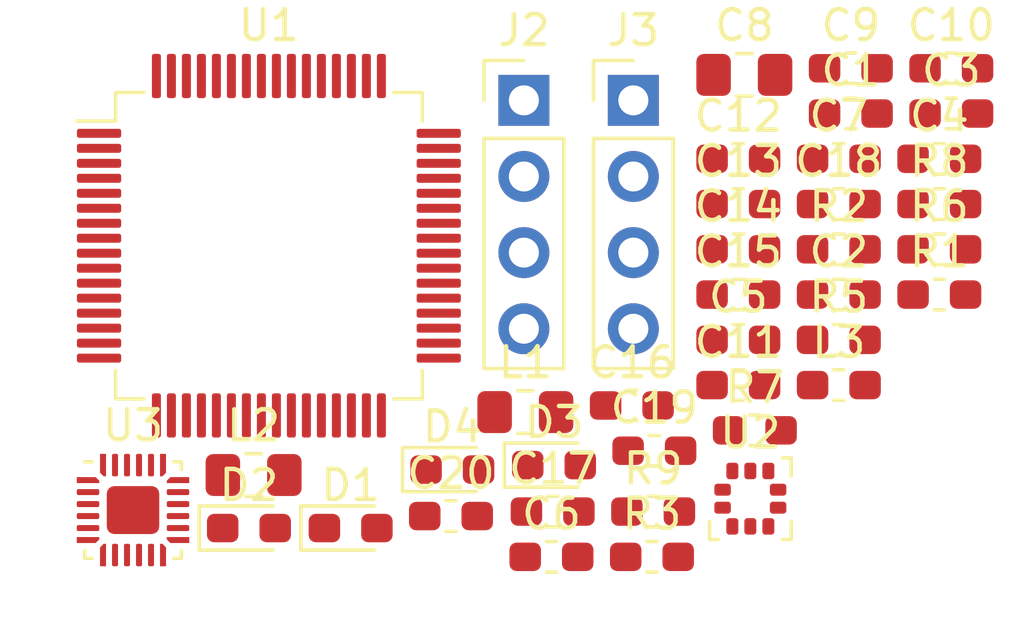
<source format=kicad_pcb>
(kicad_pcb (version 20171130) (host pcbnew 5.0.2-bee76a0~70~ubuntu18.04.1)

  (general
    (thickness 1.6)
    (drawings 0)
    (tracks 0)
    (zones 0)
    (modules 40)
    (nets 105)
  )

  (page A4)
  (layers
    (0 F.Cu signal)
    (31 B.Cu signal)
    (32 B.Adhes user)
    (33 F.Adhes user)
    (34 B.Paste user)
    (35 F.Paste user)
    (36 B.SilkS user)
    (37 F.SilkS user)
    (38 B.Mask user)
    (39 F.Mask user)
    (40 Dwgs.User user)
    (41 Cmts.User user)
    (42 Eco1.User user)
    (43 Eco2.User user)
    (44 Edge.Cuts user)
    (45 Margin user)
    (46 B.CrtYd user)
    (47 F.CrtYd user)
    (48 B.Fab user)
    (49 F.Fab user)
  )

  (setup
    (last_trace_width 0.25)
    (trace_clearance 0.2)
    (zone_clearance 0.508)
    (zone_45_only no)
    (trace_min 0.2)
    (segment_width 0.2)
    (edge_width 0.15)
    (via_size 0.8)
    (via_drill 0.4)
    (via_min_size 0.4)
    (via_min_drill 0.3)
    (uvia_size 0.3)
    (uvia_drill 0.1)
    (uvias_allowed no)
    (uvia_min_size 0.2)
    (uvia_min_drill 0.1)
    (pcb_text_width 0.3)
    (pcb_text_size 1.5 1.5)
    (mod_edge_width 0.15)
    (mod_text_size 1 1)
    (mod_text_width 0.15)
    (pad_size 1.524 1.524)
    (pad_drill 0.762)
    (pad_to_mask_clearance 0.051)
    (solder_mask_min_width 0.25)
    (aux_axis_origin 0 0)
    (visible_elements FFFFFF7F)
    (pcbplotparams
      (layerselection 0x010fc_ffffffff)
      (usegerberextensions false)
      (usegerberattributes false)
      (usegerberadvancedattributes false)
      (creategerberjobfile false)
      (excludeedgelayer true)
      (linewidth 0.100000)
      (plotframeref false)
      (viasonmask false)
      (mode 1)
      (useauxorigin false)
      (hpglpennumber 1)
      (hpglpenspeed 20)
      (hpglpendiameter 15.000000)
      (psnegative false)
      (psa4output false)
      (plotreference true)
      (plotvalue true)
      (plotinvisibletext false)
      (padsonsilk false)
      (subtractmaskfromsilk false)
      (outputformat 1)
      (mirror false)
      (drillshape 1)
      (scaleselection 1)
      (outputdirectory ""))
  )

  (net 0 "")
  (net 1 GND)
  (net 2 /5V_READ)
  (net 3 /V_MOTOR_READ)
  (net 4 /+3.3V)
  (net 5 "Net-(C8-Pad2)")
  (net 6 "Net-(C9-Pad2)")
  (net 7 /VDDCORE)
  (net 8 "Net-(C11-Pad2)")
  (net 9 "Net-(C18-Pad2)")
  (net 10 "Net-(D1-Pad2)")
  (net 11 "Net-(D2-Pad2)")
  (net 12 "Net-(D3-Pad2)")
  (net 13 /MOT_B)
  (net 14 /+5V)
  (net 15 /SCL)
  (net 16 /SDA)
  (net 17 "Net-(L1-Pad1)")
  (net 18 "Net-(L1-Pad2)")
  (net 19 "Net-(L2-Pad1)")
  (net 20 "Net-(L3-Pad1)")
  (net 21 /+V_MOTOR)
  (net 22 /MOT_A)
  (net 23 "Net-(U1-Pad1)")
  (net 24 "Net-(U1-Pad2)")
  (net 25 "Net-(U1-Pad7)")
  (net 26 "Net-(U1-Pad8)")
  (net 27 "Net-(U1-Pad9)")
  (net 28 "Net-(U1-Pad11)")
  (net 29 "Net-(U1-Pad12)")
  (net 30 "Net-(U1-Pad15)")
  (net 31 "Net-(U1-Pad16)")
  (net 32 "Net-(U1-Pad17)")
  (net 33 "Net-(U1-Pad18)")
  (net 34 "Net-(U1-Pad19)")
  (net 35 "Net-(U1-Pad20)")
  (net 36 "Net-(U1-Pad21)")
  (net 37 "Net-(U1-Pad22)")
  (net 38 "Net-(U1-Pad23)")
  (net 39 "Net-(U1-Pad25)")
  (net 40 "Net-(U1-Pad26)")
  (net 41 "Net-(U1-Pad27)")
  (net 42 "Net-(U1-Pad28)")
  (net 43 "Net-(U1-Pad29)")
  (net 44 "Net-(U1-Pad30)")
  (net 45 "Net-(U1-Pad32)")
  (net 46 "Net-(U1-Pad33)")
  (net 47 "Net-(U1-Pad34)")
  (net 48 "Net-(U1-Pad35)")
  (net 49 "Net-(U1-Pad36)")
  (net 50 "Net-(U1-Pad37)")
  (net 51 "Net-(U1-Pad38)")
  (net 52 "Net-(U1-Pad39)")
  (net 53 "Net-(U1-Pad40)")
  (net 54 "Net-(U1-Pad41)")
  (net 55 "Net-(U1-Pad43)")
  (net 56 "Net-(U1-Pad44)")
  (net 57 "Net-(U1-Pad45)")
  (net 58 "Net-(U1-Pad46)")
  (net 59 "Net-(U1-Pad47)")
  (net 60 "Net-(U1-Pad48)")
  (net 61 "Net-(U1-Pad49)")
  (net 62 "Net-(U1-Pad50)")
  (net 63 "Net-(U1-Pad51)")
  (net 64 "Net-(U1-Pad53)")
  (net 65 "Net-(U1-Pad54)")
  (net 66 "Net-(U1-Pad55)")
  (net 67 "Net-(U1-Pad56)")
  (net 68 "Net-(U1-Pad57)")
  (net 69 "Net-(U1-Pad62)")
  (net 70 "Net-(U1-Pad63)")
  (net 71 "Net-(U2-Pad1)")
  (net 72 "Net-(U2-Pad2)")
  (net 73 "Net-(U2-Pad3)")
  (net 74 "Net-(U2-Pad4)")
  (net 75 "Net-(U2-Pad5)")
  (net 76 "Net-(U2-Pad6)")
  (net 77 "Net-(U2-Pad7)")
  (net 78 "Net-(U2-Pad8)")
  (net 79 "Net-(U2-Pad9)")
  (net 80 "Net-(U2-Pad10)")
  (net 81 "Net-(U3-Pad1)")
  (net 82 "Net-(U3-Pad2)")
  (net 83 "Net-(U3-Pad3)")
  (net 84 "Net-(U3-Pad4)")
  (net 85 "Net-(U3-Pad5)")
  (net 86 "Net-(U3-Pad6)")
  (net 87 "Net-(U3-Pad7)")
  (net 88 "Net-(U3-Pad8)")
  (net 89 "Net-(U3-Pad9)")
  (net 90 "Net-(U3-Pad10)")
  (net 91 "Net-(U3-Pad11)")
  (net 92 "Net-(U3-Pad12)")
  (net 93 "Net-(U3-Pad13)")
  (net 94 "Net-(U3-Pad14)")
  (net 95 "Net-(U3-Pad15)")
  (net 96 "Net-(U3-Pad16)")
  (net 97 "Net-(U3-Pad17)")
  (net 98 "Net-(U3-Pad18)")
  (net 99 "Net-(U3-Pad19)")
  (net 100 "Net-(U3-Pad20)")
  (net 101 "Net-(U3-Pad21)")
  (net 102 "Net-(U3-Pad22)")
  (net 103 "Net-(U3-Pad23)")
  (net 104 "Net-(U3-Pad24)")

  (net_class Default "This is the default net class."
    (clearance 0.2)
    (trace_width 0.25)
    (via_dia 0.8)
    (via_drill 0.4)
    (uvia_dia 0.3)
    (uvia_drill 0.1)
    (add_net /+3.3V)
    (add_net /+5V)
    (add_net /+V_MOTOR)
    (add_net /5V_READ)
    (add_net /MOT_A)
    (add_net /MOT_B)
    (add_net /SCL)
    (add_net /SDA)
    (add_net /VDDCORE)
    (add_net /V_MOTOR_READ)
    (add_net GND)
    (add_net "Net-(C11-Pad2)")
    (add_net "Net-(C18-Pad2)")
    (add_net "Net-(C8-Pad2)")
    (add_net "Net-(C9-Pad2)")
    (add_net "Net-(D1-Pad2)")
    (add_net "Net-(D2-Pad2)")
    (add_net "Net-(D3-Pad2)")
    (add_net "Net-(L1-Pad1)")
    (add_net "Net-(L1-Pad2)")
    (add_net "Net-(L2-Pad1)")
    (add_net "Net-(L3-Pad1)")
    (add_net "Net-(U1-Pad1)")
    (add_net "Net-(U1-Pad11)")
    (add_net "Net-(U1-Pad12)")
    (add_net "Net-(U1-Pad15)")
    (add_net "Net-(U1-Pad16)")
    (add_net "Net-(U1-Pad17)")
    (add_net "Net-(U1-Pad18)")
    (add_net "Net-(U1-Pad19)")
    (add_net "Net-(U1-Pad2)")
    (add_net "Net-(U1-Pad20)")
    (add_net "Net-(U1-Pad21)")
    (add_net "Net-(U1-Pad22)")
    (add_net "Net-(U1-Pad23)")
    (add_net "Net-(U1-Pad25)")
    (add_net "Net-(U1-Pad26)")
    (add_net "Net-(U1-Pad27)")
    (add_net "Net-(U1-Pad28)")
    (add_net "Net-(U1-Pad29)")
    (add_net "Net-(U1-Pad30)")
    (add_net "Net-(U1-Pad32)")
    (add_net "Net-(U1-Pad33)")
    (add_net "Net-(U1-Pad34)")
    (add_net "Net-(U1-Pad35)")
    (add_net "Net-(U1-Pad36)")
    (add_net "Net-(U1-Pad37)")
    (add_net "Net-(U1-Pad38)")
    (add_net "Net-(U1-Pad39)")
    (add_net "Net-(U1-Pad40)")
    (add_net "Net-(U1-Pad41)")
    (add_net "Net-(U1-Pad43)")
    (add_net "Net-(U1-Pad44)")
    (add_net "Net-(U1-Pad45)")
    (add_net "Net-(U1-Pad46)")
    (add_net "Net-(U1-Pad47)")
    (add_net "Net-(U1-Pad48)")
    (add_net "Net-(U1-Pad49)")
    (add_net "Net-(U1-Pad50)")
    (add_net "Net-(U1-Pad51)")
    (add_net "Net-(U1-Pad53)")
    (add_net "Net-(U1-Pad54)")
    (add_net "Net-(U1-Pad55)")
    (add_net "Net-(U1-Pad56)")
    (add_net "Net-(U1-Pad57)")
    (add_net "Net-(U1-Pad62)")
    (add_net "Net-(U1-Pad63)")
    (add_net "Net-(U1-Pad7)")
    (add_net "Net-(U1-Pad8)")
    (add_net "Net-(U1-Pad9)")
    (add_net "Net-(U2-Pad1)")
    (add_net "Net-(U2-Pad10)")
    (add_net "Net-(U2-Pad2)")
    (add_net "Net-(U2-Pad3)")
    (add_net "Net-(U2-Pad4)")
    (add_net "Net-(U2-Pad5)")
    (add_net "Net-(U2-Pad6)")
    (add_net "Net-(U2-Pad7)")
    (add_net "Net-(U2-Pad8)")
    (add_net "Net-(U2-Pad9)")
    (add_net "Net-(U3-Pad1)")
    (add_net "Net-(U3-Pad10)")
    (add_net "Net-(U3-Pad11)")
    (add_net "Net-(U3-Pad12)")
    (add_net "Net-(U3-Pad13)")
    (add_net "Net-(U3-Pad14)")
    (add_net "Net-(U3-Pad15)")
    (add_net "Net-(U3-Pad16)")
    (add_net "Net-(U3-Pad17)")
    (add_net "Net-(U3-Pad18)")
    (add_net "Net-(U3-Pad19)")
    (add_net "Net-(U3-Pad2)")
    (add_net "Net-(U3-Pad20)")
    (add_net "Net-(U3-Pad21)")
    (add_net "Net-(U3-Pad22)")
    (add_net "Net-(U3-Pad23)")
    (add_net "Net-(U3-Pad24)")
    (add_net "Net-(U3-Pad3)")
    (add_net "Net-(U3-Pad4)")
    (add_net "Net-(U3-Pad5)")
    (add_net "Net-(U3-Pad6)")
    (add_net "Net-(U3-Pad7)")
    (add_net "Net-(U3-Pad8)")
    (add_net "Net-(U3-Pad9)")
  )

  (module Capacitor_SMD:C_0603_1608Metric_Pad1.05x0.95mm_HandSolder (layer F.Cu) (tedit 5B301BBE) (tstamp 5C6626FA)
    (at 150.789001 80.751001)
    (descr "Capacitor SMD 0603 (1608 Metric), square (rectangular) end terminal, IPC_7351 nominal with elongated pad for handsoldering. (Body size source: http://www.tortai-tech.com/upload/download/2011102023233369053.pdf), generated with kicad-footprint-generator")
    (tags "capacitor handsolder")
    (path /5A47330C)
    (attr smd)
    (fp_text reference C1 (at 0 -1.43) (layer F.SilkS)
      (effects (font (size 1 1) (thickness 0.15)))
    )
    (fp_text value 100nF (at 0 1.43) (layer F.Fab)
      (effects (font (size 1 1) (thickness 0.15)))
    )
    (fp_line (start -0.8 0.4) (end -0.8 -0.4) (layer F.Fab) (width 0.1))
    (fp_line (start -0.8 -0.4) (end 0.8 -0.4) (layer F.Fab) (width 0.1))
    (fp_line (start 0.8 -0.4) (end 0.8 0.4) (layer F.Fab) (width 0.1))
    (fp_line (start 0.8 0.4) (end -0.8 0.4) (layer F.Fab) (width 0.1))
    (fp_line (start -0.171267 -0.51) (end 0.171267 -0.51) (layer F.SilkS) (width 0.12))
    (fp_line (start -0.171267 0.51) (end 0.171267 0.51) (layer F.SilkS) (width 0.12))
    (fp_line (start -1.65 0.73) (end -1.65 -0.73) (layer F.CrtYd) (width 0.05))
    (fp_line (start -1.65 -0.73) (end 1.65 -0.73) (layer F.CrtYd) (width 0.05))
    (fp_line (start 1.65 -0.73) (end 1.65 0.73) (layer F.CrtYd) (width 0.05))
    (fp_line (start 1.65 0.73) (end -1.65 0.73) (layer F.CrtYd) (width 0.05))
    (fp_text user %R (at 0 0) (layer F.Fab)
      (effects (font (size 0.4 0.4) (thickness 0.06)))
    )
    (pad 1 smd roundrect (at -0.875 0) (size 1.05 0.95) (layers F.Cu F.Paste F.Mask) (roundrect_rratio 0.25)
      (net 1 GND))
    (pad 2 smd roundrect (at 0.875 0) (size 1.05 0.95) (layers F.Cu F.Paste F.Mask) (roundrect_rratio 0.25)
      (net 2 /5V_READ))
    (model ${KISYS3DMOD}/Capacitor_SMD.3dshapes/C_0603_1608Metric.wrl
      (at (xyz 0 0 0))
      (scale (xyz 1 1 1))
      (rotate (xyz 0 0 0))
    )
  )

  (module Capacitor_SMD:C_0603_1608Metric_Pad1.05x0.95mm_HandSolder (layer F.Cu) (tedit 5B301BBE) (tstamp 5C66270B)
    (at 150.389001 86.791001)
    (descr "Capacitor SMD 0603 (1608 Metric), square (rectangular) end terminal, IPC_7351 nominal with elongated pad for handsoldering. (Body size source: http://www.tortai-tech.com/upload/download/2011102023233369053.pdf), generated with kicad-footprint-generator")
    (tags "capacitor handsolder")
    (path /5A4733A9)
    (attr smd)
    (fp_text reference C2 (at 0 -1.43) (layer F.SilkS)
      (effects (font (size 1 1) (thickness 0.15)))
    )
    (fp_text value 100nF (at 0 1.43) (layer F.Fab)
      (effects (font (size 1 1) (thickness 0.15)))
    )
    (fp_text user %R (at 0 0) (layer F.Fab)
      (effects (font (size 0.4 0.4) (thickness 0.06)))
    )
    (fp_line (start 1.65 0.73) (end -1.65 0.73) (layer F.CrtYd) (width 0.05))
    (fp_line (start 1.65 -0.73) (end 1.65 0.73) (layer F.CrtYd) (width 0.05))
    (fp_line (start -1.65 -0.73) (end 1.65 -0.73) (layer F.CrtYd) (width 0.05))
    (fp_line (start -1.65 0.73) (end -1.65 -0.73) (layer F.CrtYd) (width 0.05))
    (fp_line (start -0.171267 0.51) (end 0.171267 0.51) (layer F.SilkS) (width 0.12))
    (fp_line (start -0.171267 -0.51) (end 0.171267 -0.51) (layer F.SilkS) (width 0.12))
    (fp_line (start 0.8 0.4) (end -0.8 0.4) (layer F.Fab) (width 0.1))
    (fp_line (start 0.8 -0.4) (end 0.8 0.4) (layer F.Fab) (width 0.1))
    (fp_line (start -0.8 -0.4) (end 0.8 -0.4) (layer F.Fab) (width 0.1))
    (fp_line (start -0.8 0.4) (end -0.8 -0.4) (layer F.Fab) (width 0.1))
    (pad 2 smd roundrect (at 0.875 0) (size 1.05 0.95) (layers F.Cu F.Paste F.Mask) (roundrect_rratio 0.25)
      (net 3 /V_MOTOR_READ))
    (pad 1 smd roundrect (at -0.875 0) (size 1.05 0.95) (layers F.Cu F.Paste F.Mask) (roundrect_rratio 0.25)
      (net 1 GND))
    (model ${KISYS3DMOD}/Capacitor_SMD.3dshapes/C_0603_1608Metric.wrl
      (at (xyz 0 0 0))
      (scale (xyz 1 1 1))
      (rotate (xyz 0 0 0))
    )
  )

  (module Capacitor_SMD:C_0603_1608Metric_Pad1.05x0.95mm_HandSolder (layer F.Cu) (tedit 5B301BBE) (tstamp 5C66271C)
    (at 154.139001 80.751001)
    (descr "Capacitor SMD 0603 (1608 Metric), square (rectangular) end terminal, IPC_7351 nominal with elongated pad for handsoldering. (Body size source: http://www.tortai-tech.com/upload/download/2011102023233369053.pdf), generated with kicad-footprint-generator")
    (tags "capacitor handsolder")
    (path /5B8E1B1D)
    (attr smd)
    (fp_text reference C3 (at 0 -1.43) (layer F.SilkS)
      (effects (font (size 1 1) (thickness 0.15)))
    )
    (fp_text value 100nF (at 0 1.43) (layer F.Fab)
      (effects (font (size 1 1) (thickness 0.15)))
    )
    (fp_line (start -0.8 0.4) (end -0.8 -0.4) (layer F.Fab) (width 0.1))
    (fp_line (start -0.8 -0.4) (end 0.8 -0.4) (layer F.Fab) (width 0.1))
    (fp_line (start 0.8 -0.4) (end 0.8 0.4) (layer F.Fab) (width 0.1))
    (fp_line (start 0.8 0.4) (end -0.8 0.4) (layer F.Fab) (width 0.1))
    (fp_line (start -0.171267 -0.51) (end 0.171267 -0.51) (layer F.SilkS) (width 0.12))
    (fp_line (start -0.171267 0.51) (end 0.171267 0.51) (layer F.SilkS) (width 0.12))
    (fp_line (start -1.65 0.73) (end -1.65 -0.73) (layer F.CrtYd) (width 0.05))
    (fp_line (start -1.65 -0.73) (end 1.65 -0.73) (layer F.CrtYd) (width 0.05))
    (fp_line (start 1.65 -0.73) (end 1.65 0.73) (layer F.CrtYd) (width 0.05))
    (fp_line (start 1.65 0.73) (end -1.65 0.73) (layer F.CrtYd) (width 0.05))
    (fp_text user %R (at 0 0) (layer F.Fab)
      (effects (font (size 0.4 0.4) (thickness 0.06)))
    )
    (pad 1 smd roundrect (at -0.875 0) (size 1.05 0.95) (layers F.Cu F.Paste F.Mask) (roundrect_rratio 0.25)
      (net 4 /+3.3V))
    (pad 2 smd roundrect (at 0.875 0) (size 1.05 0.95) (layers F.Cu F.Paste F.Mask) (roundrect_rratio 0.25)
      (net 1 GND))
    (model ${KISYS3DMOD}/Capacitor_SMD.3dshapes/C_0603_1608Metric.wrl
      (at (xyz 0 0 0))
      (scale (xyz 1 1 1))
      (rotate (xyz 0 0 0))
    )
  )

  (module Capacitor_SMD:C_0603_1608Metric_Pad1.05x0.95mm_HandSolder (layer F.Cu) (tedit 5B301BBE) (tstamp 5C66272D)
    (at 153.739001 82.261001)
    (descr "Capacitor SMD 0603 (1608 Metric), square (rectangular) end terminal, IPC_7351 nominal with elongated pad for handsoldering. (Body size source: http://www.tortai-tech.com/upload/download/2011102023233369053.pdf), generated with kicad-footprint-generator")
    (tags "capacitor handsolder")
    (path /5B8E1D1D)
    (attr smd)
    (fp_text reference C4 (at 0 -1.43) (layer F.SilkS)
      (effects (font (size 1 1) (thickness 0.15)))
    )
    (fp_text value 100nF (at 0 1.43) (layer F.Fab)
      (effects (font (size 1 1) (thickness 0.15)))
    )
    (fp_text user %R (at 0 0) (layer F.Fab)
      (effects (font (size 0.4 0.4) (thickness 0.06)))
    )
    (fp_line (start 1.65 0.73) (end -1.65 0.73) (layer F.CrtYd) (width 0.05))
    (fp_line (start 1.65 -0.73) (end 1.65 0.73) (layer F.CrtYd) (width 0.05))
    (fp_line (start -1.65 -0.73) (end 1.65 -0.73) (layer F.CrtYd) (width 0.05))
    (fp_line (start -1.65 0.73) (end -1.65 -0.73) (layer F.CrtYd) (width 0.05))
    (fp_line (start -0.171267 0.51) (end 0.171267 0.51) (layer F.SilkS) (width 0.12))
    (fp_line (start -0.171267 -0.51) (end 0.171267 -0.51) (layer F.SilkS) (width 0.12))
    (fp_line (start 0.8 0.4) (end -0.8 0.4) (layer F.Fab) (width 0.1))
    (fp_line (start 0.8 -0.4) (end 0.8 0.4) (layer F.Fab) (width 0.1))
    (fp_line (start -0.8 -0.4) (end 0.8 -0.4) (layer F.Fab) (width 0.1))
    (fp_line (start -0.8 0.4) (end -0.8 -0.4) (layer F.Fab) (width 0.1))
    (pad 2 smd roundrect (at 0.875 0) (size 1.05 0.95) (layers F.Cu F.Paste F.Mask) (roundrect_rratio 0.25)
      (net 1 GND))
    (pad 1 smd roundrect (at -0.875 0) (size 1.05 0.95) (layers F.Cu F.Paste F.Mask) (roundrect_rratio 0.25)
      (net 4 /+3.3V))
    (model ${KISYS3DMOD}/Capacitor_SMD.3dshapes/C_0603_1608Metric.wrl
      (at (xyz 0 0 0))
      (scale (xyz 1 1 1))
      (rotate (xyz 0 0 0))
    )
  )

  (module Capacitor_SMD:C_0603_1608Metric_Pad1.05x0.95mm_HandSolder (layer F.Cu) (tedit 5B301BBE) (tstamp 5C66273E)
    (at 147.039001 88.301001)
    (descr "Capacitor SMD 0603 (1608 Metric), square (rectangular) end terminal, IPC_7351 nominal with elongated pad for handsoldering. (Body size source: http://www.tortai-tech.com/upload/download/2011102023233369053.pdf), generated with kicad-footprint-generator")
    (tags "capacitor handsolder")
    (path /5B8E1D6F)
    (attr smd)
    (fp_text reference C5 (at 0 -1.43) (layer F.SilkS)
      (effects (font (size 1 1) (thickness 0.15)))
    )
    (fp_text value 100nF (at 0 1.43) (layer F.Fab)
      (effects (font (size 1 1) (thickness 0.15)))
    )
    (fp_line (start -0.8 0.4) (end -0.8 -0.4) (layer F.Fab) (width 0.1))
    (fp_line (start -0.8 -0.4) (end 0.8 -0.4) (layer F.Fab) (width 0.1))
    (fp_line (start 0.8 -0.4) (end 0.8 0.4) (layer F.Fab) (width 0.1))
    (fp_line (start 0.8 0.4) (end -0.8 0.4) (layer F.Fab) (width 0.1))
    (fp_line (start -0.171267 -0.51) (end 0.171267 -0.51) (layer F.SilkS) (width 0.12))
    (fp_line (start -0.171267 0.51) (end 0.171267 0.51) (layer F.SilkS) (width 0.12))
    (fp_line (start -1.65 0.73) (end -1.65 -0.73) (layer F.CrtYd) (width 0.05))
    (fp_line (start -1.65 -0.73) (end 1.65 -0.73) (layer F.CrtYd) (width 0.05))
    (fp_line (start 1.65 -0.73) (end 1.65 0.73) (layer F.CrtYd) (width 0.05))
    (fp_line (start 1.65 0.73) (end -1.65 0.73) (layer F.CrtYd) (width 0.05))
    (fp_text user %R (at 0 0) (layer F.Fab)
      (effects (font (size 0.4 0.4) (thickness 0.06)))
    )
    (pad 1 smd roundrect (at -0.875 0) (size 1.05 0.95) (layers F.Cu F.Paste F.Mask) (roundrect_rratio 0.25)
      (net 4 /+3.3V))
    (pad 2 smd roundrect (at 0.875 0) (size 1.05 0.95) (layers F.Cu F.Paste F.Mask) (roundrect_rratio 0.25)
      (net 1 GND))
    (model ${KISYS3DMOD}/Capacitor_SMD.3dshapes/C_0603_1608Metric.wrl
      (at (xyz 0 0 0))
      (scale (xyz 1 1 1))
      (rotate (xyz 0 0 0))
    )
  )

  (module Capacitor_SMD:C_0603_1608Metric_Pad1.05x0.95mm_HandSolder (layer F.Cu) (tedit 5B301BBE) (tstamp 5C66274F)
    (at 140.809001 95.541001)
    (descr "Capacitor SMD 0603 (1608 Metric), square (rectangular) end terminal, IPC_7351 nominal with elongated pad for handsoldering. (Body size source: http://www.tortai-tech.com/upload/download/2011102023233369053.pdf), generated with kicad-footprint-generator")
    (tags "capacitor handsolder")
    (path /5B8E1DC0)
    (attr smd)
    (fp_text reference C6 (at 0 -1.43) (layer F.SilkS)
      (effects (font (size 1 1) (thickness 0.15)))
    )
    (fp_text value 100nF (at 0 1.43) (layer F.Fab)
      (effects (font (size 1 1) (thickness 0.15)))
    )
    (fp_text user %R (at 0 0) (layer F.Fab)
      (effects (font (size 0.4 0.4) (thickness 0.06)))
    )
    (fp_line (start 1.65 0.73) (end -1.65 0.73) (layer F.CrtYd) (width 0.05))
    (fp_line (start 1.65 -0.73) (end 1.65 0.73) (layer F.CrtYd) (width 0.05))
    (fp_line (start -1.65 -0.73) (end 1.65 -0.73) (layer F.CrtYd) (width 0.05))
    (fp_line (start -1.65 0.73) (end -1.65 -0.73) (layer F.CrtYd) (width 0.05))
    (fp_line (start -0.171267 0.51) (end 0.171267 0.51) (layer F.SilkS) (width 0.12))
    (fp_line (start -0.171267 -0.51) (end 0.171267 -0.51) (layer F.SilkS) (width 0.12))
    (fp_line (start 0.8 0.4) (end -0.8 0.4) (layer F.Fab) (width 0.1))
    (fp_line (start 0.8 -0.4) (end 0.8 0.4) (layer F.Fab) (width 0.1))
    (fp_line (start -0.8 -0.4) (end 0.8 -0.4) (layer F.Fab) (width 0.1))
    (fp_line (start -0.8 0.4) (end -0.8 -0.4) (layer F.Fab) (width 0.1))
    (pad 2 smd roundrect (at 0.875 0) (size 1.05 0.95) (layers F.Cu F.Paste F.Mask) (roundrect_rratio 0.25)
      (net 1 GND))
    (pad 1 smd roundrect (at -0.875 0) (size 1.05 0.95) (layers F.Cu F.Paste F.Mask) (roundrect_rratio 0.25)
      (net 4 /+3.3V))
    (model ${KISYS3DMOD}/Capacitor_SMD.3dshapes/C_0603_1608Metric.wrl
      (at (xyz 0 0 0))
      (scale (xyz 1 1 1))
      (rotate (xyz 0 0 0))
    )
  )

  (module Capacitor_SMD:C_0603_1608Metric_Pad1.05x0.95mm_HandSolder (layer F.Cu) (tedit 5B301BBE) (tstamp 5C662760)
    (at 150.389001 82.261001)
    (descr "Capacitor SMD 0603 (1608 Metric), square (rectangular) end terminal, IPC_7351 nominal with elongated pad for handsoldering. (Body size source: http://www.tortai-tech.com/upload/download/2011102023233369053.pdf), generated with kicad-footprint-generator")
    (tags "capacitor handsolder")
    (path /5B8E1F96)
    (attr smd)
    (fp_text reference C7 (at 0 -1.43) (layer F.SilkS)
      (effects (font (size 1 1) (thickness 0.15)))
    )
    (fp_text value 100nF (at 0 1.43) (layer F.Fab)
      (effects (font (size 1 1) (thickness 0.15)))
    )
    (fp_line (start -0.8 0.4) (end -0.8 -0.4) (layer F.Fab) (width 0.1))
    (fp_line (start -0.8 -0.4) (end 0.8 -0.4) (layer F.Fab) (width 0.1))
    (fp_line (start 0.8 -0.4) (end 0.8 0.4) (layer F.Fab) (width 0.1))
    (fp_line (start 0.8 0.4) (end -0.8 0.4) (layer F.Fab) (width 0.1))
    (fp_line (start -0.171267 -0.51) (end 0.171267 -0.51) (layer F.SilkS) (width 0.12))
    (fp_line (start -0.171267 0.51) (end 0.171267 0.51) (layer F.SilkS) (width 0.12))
    (fp_line (start -1.65 0.73) (end -1.65 -0.73) (layer F.CrtYd) (width 0.05))
    (fp_line (start -1.65 -0.73) (end 1.65 -0.73) (layer F.CrtYd) (width 0.05))
    (fp_line (start 1.65 -0.73) (end 1.65 0.73) (layer F.CrtYd) (width 0.05))
    (fp_line (start 1.65 0.73) (end -1.65 0.73) (layer F.CrtYd) (width 0.05))
    (fp_text user %R (at 0 0) (layer F.Fab)
      (effects (font (size 0.4 0.4) (thickness 0.06)))
    )
    (pad 1 smd roundrect (at -0.875 0) (size 1.05 0.95) (layers F.Cu F.Paste F.Mask) (roundrect_rratio 0.25)
      (net 4 /+3.3V))
    (pad 2 smd roundrect (at 0.875 0) (size 1.05 0.95) (layers F.Cu F.Paste F.Mask) (roundrect_rratio 0.25)
      (net 1 GND))
    (model ${KISYS3DMOD}/Capacitor_SMD.3dshapes/C_0603_1608Metric.wrl
      (at (xyz 0 0 0))
      (scale (xyz 1 1 1))
      (rotate (xyz 0 0 0))
    )
  )

  (module Capacitor_SMD:C_0805_2012Metric_Pad1.15x1.40mm_HandSolder (layer F.Cu) (tedit 5B36C52B) (tstamp 5C662771)
    (at 147.239001 79.461001)
    (descr "Capacitor SMD 0805 (2012 Metric), square (rectangular) end terminal, IPC_7351 nominal with elongated pad for handsoldering. (Body size source: https://docs.google.com/spreadsheets/d/1BsfQQcO9C6DZCsRaXUlFlo91Tg2WpOkGARC1WS5S8t0/edit?usp=sharing), generated with kicad-footprint-generator")
    (tags "capacitor handsolder")
    (path /5B8E32CC)
    (attr smd)
    (fp_text reference C8 (at 0 -1.65) (layer F.SilkS)
      (effects (font (size 1 1) (thickness 0.15)))
    )
    (fp_text value 4.7uF (at 0 1.65) (layer F.Fab)
      (effects (font (size 1 1) (thickness 0.15)))
    )
    (fp_line (start -1 0.6) (end -1 -0.6) (layer F.Fab) (width 0.1))
    (fp_line (start -1 -0.6) (end 1 -0.6) (layer F.Fab) (width 0.1))
    (fp_line (start 1 -0.6) (end 1 0.6) (layer F.Fab) (width 0.1))
    (fp_line (start 1 0.6) (end -1 0.6) (layer F.Fab) (width 0.1))
    (fp_line (start -0.261252 -0.71) (end 0.261252 -0.71) (layer F.SilkS) (width 0.12))
    (fp_line (start -0.261252 0.71) (end 0.261252 0.71) (layer F.SilkS) (width 0.12))
    (fp_line (start -1.85 0.95) (end -1.85 -0.95) (layer F.CrtYd) (width 0.05))
    (fp_line (start -1.85 -0.95) (end 1.85 -0.95) (layer F.CrtYd) (width 0.05))
    (fp_line (start 1.85 -0.95) (end 1.85 0.95) (layer F.CrtYd) (width 0.05))
    (fp_line (start 1.85 0.95) (end -1.85 0.95) (layer F.CrtYd) (width 0.05))
    (fp_text user %R (at 0 0) (layer F.Fab)
      (effects (font (size 0.5 0.5) (thickness 0.08)))
    )
    (pad 1 smd roundrect (at -1.025 0) (size 1.15 1.4) (layers F.Cu F.Paste F.Mask) (roundrect_rratio 0.217391)
      (net 1 GND))
    (pad 2 smd roundrect (at 1.025 0) (size 1.15 1.4) (layers F.Cu F.Paste F.Mask) (roundrect_rratio 0.217391)
      (net 5 "Net-(C8-Pad2)"))
    (model ${KISYS3DMOD}/Capacitor_SMD.3dshapes/C_0805_2012Metric.wrl
      (at (xyz 0 0 0))
      (scale (xyz 1 1 1))
      (rotate (xyz 0 0 0))
    )
  )

  (module Capacitor_SMD:C_0603_1608Metric_Pad1.05x0.95mm_HandSolder (layer F.Cu) (tedit 5B301BBE) (tstamp 5C662782)
    (at 150.789001 79.241001)
    (descr "Capacitor SMD 0603 (1608 Metric), square (rectangular) end terminal, IPC_7351 nominal with elongated pad for handsoldering. (Body size source: http://www.tortai-tech.com/upload/download/2011102023233369053.pdf), generated with kicad-footprint-generator")
    (tags "capacitor handsolder")
    (path /5B8E6561)
    (attr smd)
    (fp_text reference C9 (at 0 -1.43) (layer F.SilkS)
      (effects (font (size 1 1) (thickness 0.15)))
    )
    (fp_text value 100nF (at 0 1.43) (layer F.Fab)
      (effects (font (size 1 1) (thickness 0.15)))
    )
    (fp_text user %R (at 0 0) (layer F.Fab)
      (effects (font (size 0.4 0.4) (thickness 0.06)))
    )
    (fp_line (start 1.65 0.73) (end -1.65 0.73) (layer F.CrtYd) (width 0.05))
    (fp_line (start 1.65 -0.73) (end 1.65 0.73) (layer F.CrtYd) (width 0.05))
    (fp_line (start -1.65 -0.73) (end 1.65 -0.73) (layer F.CrtYd) (width 0.05))
    (fp_line (start -1.65 0.73) (end -1.65 -0.73) (layer F.CrtYd) (width 0.05))
    (fp_line (start -0.171267 0.51) (end 0.171267 0.51) (layer F.SilkS) (width 0.12))
    (fp_line (start -0.171267 -0.51) (end 0.171267 -0.51) (layer F.SilkS) (width 0.12))
    (fp_line (start 0.8 0.4) (end -0.8 0.4) (layer F.Fab) (width 0.1))
    (fp_line (start 0.8 -0.4) (end 0.8 0.4) (layer F.Fab) (width 0.1))
    (fp_line (start -0.8 -0.4) (end 0.8 -0.4) (layer F.Fab) (width 0.1))
    (fp_line (start -0.8 0.4) (end -0.8 -0.4) (layer F.Fab) (width 0.1))
    (pad 2 smd roundrect (at 0.875 0) (size 1.05 0.95) (layers F.Cu F.Paste F.Mask) (roundrect_rratio 0.25)
      (net 6 "Net-(C9-Pad2)"))
    (pad 1 smd roundrect (at -0.875 0) (size 1.05 0.95) (layers F.Cu F.Paste F.Mask) (roundrect_rratio 0.25)
      (net 1 GND))
    (model ${KISYS3DMOD}/Capacitor_SMD.3dshapes/C_0603_1608Metric.wrl
      (at (xyz 0 0 0))
      (scale (xyz 1 1 1))
      (rotate (xyz 0 0 0))
    )
  )

  (module Capacitor_SMD:C_0603_1608Metric_Pad1.05x0.95mm_HandSolder (layer F.Cu) (tedit 5B301BBE) (tstamp 5C662793)
    (at 154.139001 79.241001)
    (descr "Capacitor SMD 0603 (1608 Metric), square (rectangular) end terminal, IPC_7351 nominal with elongated pad for handsoldering. (Body size source: http://www.tortai-tech.com/upload/download/2011102023233369053.pdf), generated with kicad-footprint-generator")
    (tags "capacitor handsolder")
    (path /5B8E46F7)
    (attr smd)
    (fp_text reference C10 (at 0 -1.43) (layer F.SilkS)
      (effects (font (size 1 1) (thickness 0.15)))
    )
    (fp_text value 100nF (at 0 1.43) (layer F.Fab)
      (effects (font (size 1 1) (thickness 0.15)))
    )
    (fp_text user %R (at 0 0) (layer F.Fab)
      (effects (font (size 0.4 0.4) (thickness 0.06)))
    )
    (fp_line (start 1.65 0.73) (end -1.65 0.73) (layer F.CrtYd) (width 0.05))
    (fp_line (start 1.65 -0.73) (end 1.65 0.73) (layer F.CrtYd) (width 0.05))
    (fp_line (start -1.65 -0.73) (end 1.65 -0.73) (layer F.CrtYd) (width 0.05))
    (fp_line (start -1.65 0.73) (end -1.65 -0.73) (layer F.CrtYd) (width 0.05))
    (fp_line (start -0.171267 0.51) (end 0.171267 0.51) (layer F.SilkS) (width 0.12))
    (fp_line (start -0.171267 -0.51) (end 0.171267 -0.51) (layer F.SilkS) (width 0.12))
    (fp_line (start 0.8 0.4) (end -0.8 0.4) (layer F.Fab) (width 0.1))
    (fp_line (start 0.8 -0.4) (end 0.8 0.4) (layer F.Fab) (width 0.1))
    (fp_line (start -0.8 -0.4) (end 0.8 -0.4) (layer F.Fab) (width 0.1))
    (fp_line (start -0.8 0.4) (end -0.8 -0.4) (layer F.Fab) (width 0.1))
    (pad 2 smd roundrect (at 0.875 0) (size 1.05 0.95) (layers F.Cu F.Paste F.Mask) (roundrect_rratio 0.25)
      (net 1 GND))
    (pad 1 smd roundrect (at -0.875 0) (size 1.05 0.95) (layers F.Cu F.Paste F.Mask) (roundrect_rratio 0.25)
      (net 7 /VDDCORE))
    (model ${KISYS3DMOD}/Capacitor_SMD.3dshapes/C_0603_1608Metric.wrl
      (at (xyz 0 0 0))
      (scale (xyz 1 1 1))
      (rotate (xyz 0 0 0))
    )
  )

  (module Capacitor_SMD:C_0603_1608Metric_Pad1.05x0.95mm_HandSolder (layer F.Cu) (tedit 5B301BBE) (tstamp 5C6627A4)
    (at 147.039001 89.811001)
    (descr "Capacitor SMD 0603 (1608 Metric), square (rectangular) end terminal, IPC_7351 nominal with elongated pad for handsoldering. (Body size source: http://www.tortai-tech.com/upload/download/2011102023233369053.pdf), generated with kicad-footprint-generator")
    (tags "capacitor handsolder")
    (path /5B8E6600)
    (attr smd)
    (fp_text reference C11 (at 0 -1.43) (layer F.SilkS)
      (effects (font (size 1 1) (thickness 0.15)))
    )
    (fp_text value 100nF (at 0 1.43) (layer F.Fab)
      (effects (font (size 1 1) (thickness 0.15)))
    )
    (fp_text user %R (at 0 0) (layer F.Fab)
      (effects (font (size 0.4 0.4) (thickness 0.06)))
    )
    (fp_line (start 1.65 0.73) (end -1.65 0.73) (layer F.CrtYd) (width 0.05))
    (fp_line (start 1.65 -0.73) (end 1.65 0.73) (layer F.CrtYd) (width 0.05))
    (fp_line (start -1.65 -0.73) (end 1.65 -0.73) (layer F.CrtYd) (width 0.05))
    (fp_line (start -1.65 0.73) (end -1.65 -0.73) (layer F.CrtYd) (width 0.05))
    (fp_line (start -0.171267 0.51) (end 0.171267 0.51) (layer F.SilkS) (width 0.12))
    (fp_line (start -0.171267 -0.51) (end 0.171267 -0.51) (layer F.SilkS) (width 0.12))
    (fp_line (start 0.8 0.4) (end -0.8 0.4) (layer F.Fab) (width 0.1))
    (fp_line (start 0.8 -0.4) (end 0.8 0.4) (layer F.Fab) (width 0.1))
    (fp_line (start -0.8 -0.4) (end 0.8 -0.4) (layer F.Fab) (width 0.1))
    (fp_line (start -0.8 0.4) (end -0.8 -0.4) (layer F.Fab) (width 0.1))
    (pad 2 smd roundrect (at 0.875 0) (size 1.05 0.95) (layers F.Cu F.Paste F.Mask) (roundrect_rratio 0.25)
      (net 8 "Net-(C11-Pad2)"))
    (pad 1 smd roundrect (at -0.875 0) (size 1.05 0.95) (layers F.Cu F.Paste F.Mask) (roundrect_rratio 0.25)
      (net 1 GND))
    (model ${KISYS3DMOD}/Capacitor_SMD.3dshapes/C_0603_1608Metric.wrl
      (at (xyz 0 0 0))
      (scale (xyz 1 1 1))
      (rotate (xyz 0 0 0))
    )
  )

  (module Capacitor_SMD:C_0603_1608Metric_Pad1.05x0.95mm_HandSolder (layer F.Cu) (tedit 5B301BBE) (tstamp 5C6627B5)
    (at 147.039001 82.261001)
    (descr "Capacitor SMD 0603 (1608 Metric), square (rectangular) end terminal, IPC_7351 nominal with elongated pad for handsoldering. (Body size source: http://www.tortai-tech.com/upload/download/2011102023233369053.pdf), generated with kicad-footprint-generator")
    (tags "capacitor handsolder")
    (path /5B8E4703)
    (attr smd)
    (fp_text reference C12 (at 0 -1.43) (layer F.SilkS)
      (effects (font (size 1 1) (thickness 0.15)))
    )
    (fp_text value 100nF (at 0 1.43) (layer F.Fab)
      (effects (font (size 1 1) (thickness 0.15)))
    )
    (fp_line (start -0.8 0.4) (end -0.8 -0.4) (layer F.Fab) (width 0.1))
    (fp_line (start -0.8 -0.4) (end 0.8 -0.4) (layer F.Fab) (width 0.1))
    (fp_line (start 0.8 -0.4) (end 0.8 0.4) (layer F.Fab) (width 0.1))
    (fp_line (start 0.8 0.4) (end -0.8 0.4) (layer F.Fab) (width 0.1))
    (fp_line (start -0.171267 -0.51) (end 0.171267 -0.51) (layer F.SilkS) (width 0.12))
    (fp_line (start -0.171267 0.51) (end 0.171267 0.51) (layer F.SilkS) (width 0.12))
    (fp_line (start -1.65 0.73) (end -1.65 -0.73) (layer F.CrtYd) (width 0.05))
    (fp_line (start -1.65 -0.73) (end 1.65 -0.73) (layer F.CrtYd) (width 0.05))
    (fp_line (start 1.65 -0.73) (end 1.65 0.73) (layer F.CrtYd) (width 0.05))
    (fp_line (start 1.65 0.73) (end -1.65 0.73) (layer F.CrtYd) (width 0.05))
    (fp_text user %R (at 0 0) (layer F.Fab)
      (effects (font (size 0.4 0.4) (thickness 0.06)))
    )
    (pad 1 smd roundrect (at -0.875 0) (size 1.05 0.95) (layers F.Cu F.Paste F.Mask) (roundrect_rratio 0.25)
      (net 7 /VDDCORE))
    (pad 2 smd roundrect (at 0.875 0) (size 1.05 0.95) (layers F.Cu F.Paste F.Mask) (roundrect_rratio 0.25)
      (net 1 GND))
    (model ${KISYS3DMOD}/Capacitor_SMD.3dshapes/C_0603_1608Metric.wrl
      (at (xyz 0 0 0))
      (scale (xyz 1 1 1))
      (rotate (xyz 0 0 0))
    )
  )

  (module Capacitor_SMD:C_0603_1608Metric_Pad1.05x0.95mm_HandSolder (layer F.Cu) (tedit 5B301BBE) (tstamp 5C6627C6)
    (at 147.039001 83.771001)
    (descr "Capacitor SMD 0603 (1608 Metric), square (rectangular) end terminal, IPC_7351 nominal with elongated pad for handsoldering. (Body size source: http://www.tortai-tech.com/upload/download/2011102023233369053.pdf), generated with kicad-footprint-generator")
    (tags "capacitor handsolder")
    (path /5B8E4709)
    (attr smd)
    (fp_text reference C13 (at 0 -1.43) (layer F.SilkS)
      (effects (font (size 1 1) (thickness 0.15)))
    )
    (fp_text value 100nF (at 0 1.43) (layer F.Fab)
      (effects (font (size 1 1) (thickness 0.15)))
    )
    (fp_text user %R (at 0 0) (layer F.Fab)
      (effects (font (size 0.4 0.4) (thickness 0.06)))
    )
    (fp_line (start 1.65 0.73) (end -1.65 0.73) (layer F.CrtYd) (width 0.05))
    (fp_line (start 1.65 -0.73) (end 1.65 0.73) (layer F.CrtYd) (width 0.05))
    (fp_line (start -1.65 -0.73) (end 1.65 -0.73) (layer F.CrtYd) (width 0.05))
    (fp_line (start -1.65 0.73) (end -1.65 -0.73) (layer F.CrtYd) (width 0.05))
    (fp_line (start -0.171267 0.51) (end 0.171267 0.51) (layer F.SilkS) (width 0.12))
    (fp_line (start -0.171267 -0.51) (end 0.171267 -0.51) (layer F.SilkS) (width 0.12))
    (fp_line (start 0.8 0.4) (end -0.8 0.4) (layer F.Fab) (width 0.1))
    (fp_line (start 0.8 -0.4) (end 0.8 0.4) (layer F.Fab) (width 0.1))
    (fp_line (start -0.8 -0.4) (end 0.8 -0.4) (layer F.Fab) (width 0.1))
    (fp_line (start -0.8 0.4) (end -0.8 -0.4) (layer F.Fab) (width 0.1))
    (pad 2 smd roundrect (at 0.875 0) (size 1.05 0.95) (layers F.Cu F.Paste F.Mask) (roundrect_rratio 0.25)
      (net 1 GND))
    (pad 1 smd roundrect (at -0.875 0) (size 1.05 0.95) (layers F.Cu F.Paste F.Mask) (roundrect_rratio 0.25)
      (net 7 /VDDCORE))
    (model ${KISYS3DMOD}/Capacitor_SMD.3dshapes/C_0603_1608Metric.wrl
      (at (xyz 0 0 0))
      (scale (xyz 1 1 1))
      (rotate (xyz 0 0 0))
    )
  )

  (module Capacitor_SMD:C_0603_1608Metric_Pad1.05x0.95mm_HandSolder (layer F.Cu) (tedit 5B301BBE) (tstamp 5C6627D7)
    (at 147.039001 85.281001)
    (descr "Capacitor SMD 0603 (1608 Metric), square (rectangular) end terminal, IPC_7351 nominal with elongated pad for handsoldering. (Body size source: http://www.tortai-tech.com/upload/download/2011102023233369053.pdf), generated with kicad-footprint-generator")
    (tags "capacitor handsolder")
    (path /5B8E2663)
    (attr smd)
    (fp_text reference C14 (at 0 -1.43) (layer F.SilkS)
      (effects (font (size 1 1) (thickness 0.15)))
    )
    (fp_text value 100nF (at 0 1.43) (layer F.Fab)
      (effects (font (size 1 1) (thickness 0.15)))
    )
    (fp_text user %R (at 0 0) (layer F.Fab)
      (effects (font (size 0.4 0.4) (thickness 0.06)))
    )
    (fp_line (start 1.65 0.73) (end -1.65 0.73) (layer F.CrtYd) (width 0.05))
    (fp_line (start 1.65 -0.73) (end 1.65 0.73) (layer F.CrtYd) (width 0.05))
    (fp_line (start -1.65 -0.73) (end 1.65 -0.73) (layer F.CrtYd) (width 0.05))
    (fp_line (start -1.65 0.73) (end -1.65 -0.73) (layer F.CrtYd) (width 0.05))
    (fp_line (start -0.171267 0.51) (end 0.171267 0.51) (layer F.SilkS) (width 0.12))
    (fp_line (start -0.171267 -0.51) (end 0.171267 -0.51) (layer F.SilkS) (width 0.12))
    (fp_line (start 0.8 0.4) (end -0.8 0.4) (layer F.Fab) (width 0.1))
    (fp_line (start 0.8 -0.4) (end 0.8 0.4) (layer F.Fab) (width 0.1))
    (fp_line (start -0.8 -0.4) (end 0.8 -0.4) (layer F.Fab) (width 0.1))
    (fp_line (start -0.8 0.4) (end -0.8 -0.4) (layer F.Fab) (width 0.1))
    (pad 2 smd roundrect (at 0.875 0) (size 1.05 0.95) (layers F.Cu F.Paste F.Mask) (roundrect_rratio 0.25)
      (net 1 GND))
    (pad 1 smd roundrect (at -0.875 0) (size 1.05 0.95) (layers F.Cu F.Paste F.Mask) (roundrect_rratio 0.25)
      (net 4 /+3.3V))
    (model ${KISYS3DMOD}/Capacitor_SMD.3dshapes/C_0603_1608Metric.wrl
      (at (xyz 0 0 0))
      (scale (xyz 1 1 1))
      (rotate (xyz 0 0 0))
    )
  )

  (module Capacitor_SMD:C_0603_1608Metric_Pad1.05x0.95mm_HandSolder (layer F.Cu) (tedit 5B301BBE) (tstamp 5C6627E8)
    (at 147.039001 86.791001)
    (descr "Capacitor SMD 0603 (1608 Metric), square (rectangular) end terminal, IPC_7351 nominal with elongated pad for handsoldering. (Body size source: http://www.tortai-tech.com/upload/download/2011102023233369053.pdf), generated with kicad-footprint-generator")
    (tags "capacitor handsolder")
    (path /5B8E3E31)
    (attr smd)
    (fp_text reference C15 (at 0 -1.43) (layer F.SilkS)
      (effects (font (size 1 1) (thickness 0.15)))
    )
    (fp_text value 100nF (at 0 1.43) (layer F.Fab)
      (effects (font (size 1 1) (thickness 0.15)))
    )
    (fp_line (start -0.8 0.4) (end -0.8 -0.4) (layer F.Fab) (width 0.1))
    (fp_line (start -0.8 -0.4) (end 0.8 -0.4) (layer F.Fab) (width 0.1))
    (fp_line (start 0.8 -0.4) (end 0.8 0.4) (layer F.Fab) (width 0.1))
    (fp_line (start 0.8 0.4) (end -0.8 0.4) (layer F.Fab) (width 0.1))
    (fp_line (start -0.171267 -0.51) (end 0.171267 -0.51) (layer F.SilkS) (width 0.12))
    (fp_line (start -0.171267 0.51) (end 0.171267 0.51) (layer F.SilkS) (width 0.12))
    (fp_line (start -1.65 0.73) (end -1.65 -0.73) (layer F.CrtYd) (width 0.05))
    (fp_line (start -1.65 -0.73) (end 1.65 -0.73) (layer F.CrtYd) (width 0.05))
    (fp_line (start 1.65 -0.73) (end 1.65 0.73) (layer F.CrtYd) (width 0.05))
    (fp_line (start 1.65 0.73) (end -1.65 0.73) (layer F.CrtYd) (width 0.05))
    (fp_text user %R (at 0 0) (layer F.Fab)
      (effects (font (size 0.4 0.4) (thickness 0.06)))
    )
    (pad 1 smd roundrect (at -0.875 0) (size 1.05 0.95) (layers F.Cu F.Paste F.Mask) (roundrect_rratio 0.25)
      (net 4 /+3.3V))
    (pad 2 smd roundrect (at 0.875 0) (size 1.05 0.95) (layers F.Cu F.Paste F.Mask) (roundrect_rratio 0.25)
      (net 1 GND))
    (model ${KISYS3DMOD}/Capacitor_SMD.3dshapes/C_0603_1608Metric.wrl
      (at (xyz 0 0 0))
      (scale (xyz 1 1 1))
      (rotate (xyz 0 0 0))
    )
  )

  (module Capacitor_SMD:C_0603_1608Metric_Pad1.05x0.95mm_HandSolder (layer F.Cu) (tedit 5B301BBE) (tstamp 5C6627F9)
    (at 143.489001 90.491001)
    (descr "Capacitor SMD 0603 (1608 Metric), square (rectangular) end terminal, IPC_7351 nominal with elongated pad for handsoldering. (Body size source: http://www.tortai-tech.com/upload/download/2011102023233369053.pdf), generated with kicad-footprint-generator")
    (tags "capacitor handsolder")
    (path /5B8E4FAB)
    (attr smd)
    (fp_text reference C16 (at 0 -1.43) (layer F.SilkS)
      (effects (font (size 1 1) (thickness 0.15)))
    )
    (fp_text value 100nF (at 0 1.43) (layer F.Fab)
      (effects (font (size 1 1) (thickness 0.15)))
    )
    (fp_text user %R (at 0 0) (layer F.Fab)
      (effects (font (size 0.4 0.4) (thickness 0.06)))
    )
    (fp_line (start 1.65 0.73) (end -1.65 0.73) (layer F.CrtYd) (width 0.05))
    (fp_line (start 1.65 -0.73) (end 1.65 0.73) (layer F.CrtYd) (width 0.05))
    (fp_line (start -1.65 -0.73) (end 1.65 -0.73) (layer F.CrtYd) (width 0.05))
    (fp_line (start -1.65 0.73) (end -1.65 -0.73) (layer F.CrtYd) (width 0.05))
    (fp_line (start -0.171267 0.51) (end 0.171267 0.51) (layer F.SilkS) (width 0.12))
    (fp_line (start -0.171267 -0.51) (end 0.171267 -0.51) (layer F.SilkS) (width 0.12))
    (fp_line (start 0.8 0.4) (end -0.8 0.4) (layer F.Fab) (width 0.1))
    (fp_line (start 0.8 -0.4) (end 0.8 0.4) (layer F.Fab) (width 0.1))
    (fp_line (start -0.8 -0.4) (end 0.8 -0.4) (layer F.Fab) (width 0.1))
    (fp_line (start -0.8 0.4) (end -0.8 -0.4) (layer F.Fab) (width 0.1))
    (pad 2 smd roundrect (at 0.875 0) (size 1.05 0.95) (layers F.Cu F.Paste F.Mask) (roundrect_rratio 0.25)
      (net 1 GND))
    (pad 1 smd roundrect (at -0.875 0) (size 1.05 0.95) (layers F.Cu F.Paste F.Mask) (roundrect_rratio 0.25)
      (net 7 /VDDCORE))
    (model ${KISYS3DMOD}/Capacitor_SMD.3dshapes/C_0603_1608Metric.wrl
      (at (xyz 0 0 0))
      (scale (xyz 1 1 1))
      (rotate (xyz 0 0 0))
    )
  )

  (module Capacitor_SMD:C_0603_1608Metric_Pad1.05x0.95mm_HandSolder (layer F.Cu) (tedit 5B301BBE) (tstamp 5C66280A)
    (at 140.849001 94.031001)
    (descr "Capacitor SMD 0603 (1608 Metric), square (rectangular) end terminal, IPC_7351 nominal with elongated pad for handsoldering. (Body size source: http://www.tortai-tech.com/upload/download/2011102023233369053.pdf), generated with kicad-footprint-generator")
    (tags "capacitor handsolder")
    (path /5B8E5029)
    (attr smd)
    (fp_text reference C17 (at 0 -1.43) (layer F.SilkS)
      (effects (font (size 1 1) (thickness 0.15)))
    )
    (fp_text value 1uF (at 0 1.43) (layer F.Fab)
      (effects (font (size 1 1) (thickness 0.15)))
    )
    (fp_line (start -0.8 0.4) (end -0.8 -0.4) (layer F.Fab) (width 0.1))
    (fp_line (start -0.8 -0.4) (end 0.8 -0.4) (layer F.Fab) (width 0.1))
    (fp_line (start 0.8 -0.4) (end 0.8 0.4) (layer F.Fab) (width 0.1))
    (fp_line (start 0.8 0.4) (end -0.8 0.4) (layer F.Fab) (width 0.1))
    (fp_line (start -0.171267 -0.51) (end 0.171267 -0.51) (layer F.SilkS) (width 0.12))
    (fp_line (start -0.171267 0.51) (end 0.171267 0.51) (layer F.SilkS) (width 0.12))
    (fp_line (start -1.65 0.73) (end -1.65 -0.73) (layer F.CrtYd) (width 0.05))
    (fp_line (start -1.65 -0.73) (end 1.65 -0.73) (layer F.CrtYd) (width 0.05))
    (fp_line (start 1.65 -0.73) (end 1.65 0.73) (layer F.CrtYd) (width 0.05))
    (fp_line (start 1.65 0.73) (end -1.65 0.73) (layer F.CrtYd) (width 0.05))
    (fp_text user %R (at 0 0) (layer F.Fab)
      (effects (font (size 0.4 0.4) (thickness 0.06)))
    )
    (pad 1 smd roundrect (at -0.875 0) (size 1.05 0.95) (layers F.Cu F.Paste F.Mask) (roundrect_rratio 0.25)
      (net 7 /VDDCORE))
    (pad 2 smd roundrect (at 0.875 0) (size 1.05 0.95) (layers F.Cu F.Paste F.Mask) (roundrect_rratio 0.25)
      (net 1 GND))
    (model ${KISYS3DMOD}/Capacitor_SMD.3dshapes/C_0603_1608Metric.wrl
      (at (xyz 0 0 0))
      (scale (xyz 1 1 1))
      (rotate (xyz 0 0 0))
    )
  )

  (module Capacitor_SMD:C_0603_1608Metric_Pad1.05x0.95mm_HandSolder (layer F.Cu) (tedit 5B301BBE) (tstamp 5C66281B)
    (at 150.389001 83.771001)
    (descr "Capacitor SMD 0603 (1608 Metric), square (rectangular) end terminal, IPC_7351 nominal with elongated pad for handsoldering. (Body size source: http://www.tortai-tech.com/upload/download/2011102023233369053.pdf), generated with kicad-footprint-generator")
    (tags "capacitor handsolder")
    (path /5B8E585C)
    (attr smd)
    (fp_text reference C18 (at 0 -1.43) (layer F.SilkS)
      (effects (font (size 1 1) (thickness 0.15)))
    )
    (fp_text value 100nF (at 0 1.43) (layer F.Fab)
      (effects (font (size 1 1) (thickness 0.15)))
    )
    (fp_line (start -0.8 0.4) (end -0.8 -0.4) (layer F.Fab) (width 0.1))
    (fp_line (start -0.8 -0.4) (end 0.8 -0.4) (layer F.Fab) (width 0.1))
    (fp_line (start 0.8 -0.4) (end 0.8 0.4) (layer F.Fab) (width 0.1))
    (fp_line (start 0.8 0.4) (end -0.8 0.4) (layer F.Fab) (width 0.1))
    (fp_line (start -0.171267 -0.51) (end 0.171267 -0.51) (layer F.SilkS) (width 0.12))
    (fp_line (start -0.171267 0.51) (end 0.171267 0.51) (layer F.SilkS) (width 0.12))
    (fp_line (start -1.65 0.73) (end -1.65 -0.73) (layer F.CrtYd) (width 0.05))
    (fp_line (start -1.65 -0.73) (end 1.65 -0.73) (layer F.CrtYd) (width 0.05))
    (fp_line (start 1.65 -0.73) (end 1.65 0.73) (layer F.CrtYd) (width 0.05))
    (fp_line (start 1.65 0.73) (end -1.65 0.73) (layer F.CrtYd) (width 0.05))
    (fp_text user %R (at 0 0) (layer F.Fab)
      (effects (font (size 0.4 0.4) (thickness 0.06)))
    )
    (pad 1 smd roundrect (at -0.875 0) (size 1.05 0.95) (layers F.Cu F.Paste F.Mask) (roundrect_rratio 0.25)
      (net 1 GND))
    (pad 2 smd roundrect (at 0.875 0) (size 1.05 0.95) (layers F.Cu F.Paste F.Mask) (roundrect_rratio 0.25)
      (net 9 "Net-(C18-Pad2)"))
    (model ${KISYS3DMOD}/Capacitor_SMD.3dshapes/C_0603_1608Metric.wrl
      (at (xyz 0 0 0))
      (scale (xyz 1 1 1))
      (rotate (xyz 0 0 0))
    )
  )

  (module Capacitor_SMD:C_0603_1608Metric_Pad1.05x0.95mm_HandSolder (layer F.Cu) (tedit 5B301BBE) (tstamp 5C66282C)
    (at 144.239001 92.001001)
    (descr "Capacitor SMD 0603 (1608 Metric), square (rectangular) end terminal, IPC_7351 nominal with elongated pad for handsoldering. (Body size source: http://www.tortai-tech.com/upload/download/2011102023233369053.pdf), generated with kicad-footprint-generator")
    (tags "capacitor handsolder")
    (path /5B8E470F)
    (attr smd)
    (fp_text reference C19 (at 0 -1.43) (layer F.SilkS)
      (effects (font (size 1 1) (thickness 0.15)))
    )
    (fp_text value 100nF (at 0 1.43) (layer F.Fab)
      (effects (font (size 1 1) (thickness 0.15)))
    )
    (fp_line (start -0.8 0.4) (end -0.8 -0.4) (layer F.Fab) (width 0.1))
    (fp_line (start -0.8 -0.4) (end 0.8 -0.4) (layer F.Fab) (width 0.1))
    (fp_line (start 0.8 -0.4) (end 0.8 0.4) (layer F.Fab) (width 0.1))
    (fp_line (start 0.8 0.4) (end -0.8 0.4) (layer F.Fab) (width 0.1))
    (fp_line (start -0.171267 -0.51) (end 0.171267 -0.51) (layer F.SilkS) (width 0.12))
    (fp_line (start -0.171267 0.51) (end 0.171267 0.51) (layer F.SilkS) (width 0.12))
    (fp_line (start -1.65 0.73) (end -1.65 -0.73) (layer F.CrtYd) (width 0.05))
    (fp_line (start -1.65 -0.73) (end 1.65 -0.73) (layer F.CrtYd) (width 0.05))
    (fp_line (start 1.65 -0.73) (end 1.65 0.73) (layer F.CrtYd) (width 0.05))
    (fp_line (start 1.65 0.73) (end -1.65 0.73) (layer F.CrtYd) (width 0.05))
    (fp_text user %R (at 0 0) (layer F.Fab)
      (effects (font (size 0.4 0.4) (thickness 0.06)))
    )
    (pad 1 smd roundrect (at -0.875 0) (size 1.05 0.95) (layers F.Cu F.Paste F.Mask) (roundrect_rratio 0.25)
      (net 7 /VDDCORE))
    (pad 2 smd roundrect (at 0.875 0) (size 1.05 0.95) (layers F.Cu F.Paste F.Mask) (roundrect_rratio 0.25)
      (net 1 GND))
    (model ${KISYS3DMOD}/Capacitor_SMD.3dshapes/C_0603_1608Metric.wrl
      (at (xyz 0 0 0))
      (scale (xyz 1 1 1))
      (rotate (xyz 0 0 0))
    )
  )

  (module Capacitor_SMD:C_0603_1608Metric_Pad1.05x0.95mm_HandSolder (layer F.Cu) (tedit 5B301BBE) (tstamp 5C66283D)
    (at 137.459001 94.181001)
    (descr "Capacitor SMD 0603 (1608 Metric), square (rectangular) end terminal, IPC_7351 nominal with elongated pad for handsoldering. (Body size source: http://www.tortai-tech.com/upload/download/2011102023233369053.pdf), generated with kicad-footprint-generator")
    (tags "capacitor handsolder")
    (path /5B8E4715)
    (attr smd)
    (fp_text reference C20 (at 0 -1.43) (layer F.SilkS)
      (effects (font (size 1 1) (thickness 0.15)))
    )
    (fp_text value 100nF (at 0 1.43) (layer F.Fab)
      (effects (font (size 1 1) (thickness 0.15)))
    )
    (fp_line (start -0.8 0.4) (end -0.8 -0.4) (layer F.Fab) (width 0.1))
    (fp_line (start -0.8 -0.4) (end 0.8 -0.4) (layer F.Fab) (width 0.1))
    (fp_line (start 0.8 -0.4) (end 0.8 0.4) (layer F.Fab) (width 0.1))
    (fp_line (start 0.8 0.4) (end -0.8 0.4) (layer F.Fab) (width 0.1))
    (fp_line (start -0.171267 -0.51) (end 0.171267 -0.51) (layer F.SilkS) (width 0.12))
    (fp_line (start -0.171267 0.51) (end 0.171267 0.51) (layer F.SilkS) (width 0.12))
    (fp_line (start -1.65 0.73) (end -1.65 -0.73) (layer F.CrtYd) (width 0.05))
    (fp_line (start -1.65 -0.73) (end 1.65 -0.73) (layer F.CrtYd) (width 0.05))
    (fp_line (start 1.65 -0.73) (end 1.65 0.73) (layer F.CrtYd) (width 0.05))
    (fp_line (start 1.65 0.73) (end -1.65 0.73) (layer F.CrtYd) (width 0.05))
    (fp_text user %R (at 0 0) (layer F.Fab)
      (effects (font (size 0.4 0.4) (thickness 0.06)))
    )
    (pad 1 smd roundrect (at -0.875 0) (size 1.05 0.95) (layers F.Cu F.Paste F.Mask) (roundrect_rratio 0.25)
      (net 7 /VDDCORE))
    (pad 2 smd roundrect (at 0.875 0) (size 1.05 0.95) (layers F.Cu F.Paste F.Mask) (roundrect_rratio 0.25)
      (net 1 GND))
    (model ${KISYS3DMOD}/Capacitor_SMD.3dshapes/C_0603_1608Metric.wrl
      (at (xyz 0 0 0))
      (scale (xyz 1 1 1))
      (rotate (xyz 0 0 0))
    )
  )

  (module LED_SMD:LED_0603_1608Metric_Pad1.05x0.95mm_HandSolder (layer F.Cu) (tedit 5B4B45C9) (tstamp 5C662850)
    (at 134.114001 94.581001)
    (descr "LED SMD 0603 (1608 Metric), square (rectangular) end terminal, IPC_7351 nominal, (Body size source: http://www.tortai-tech.com/upload/download/2011102023233369053.pdf), generated with kicad-footprint-generator")
    (tags "LED handsolder")
    (path /5A45A63D)
    (attr smd)
    (fp_text reference D1 (at 0 -1.43) (layer F.SilkS)
      (effects (font (size 1 1) (thickness 0.15)))
    )
    (fp_text value Green (at 0 1.43) (layer F.Fab)
      (effects (font (size 1 1) (thickness 0.15)))
    )
    (fp_text user %R (at 0 0) (layer F.Fab)
      (effects (font (size 0.4 0.4) (thickness 0.06)))
    )
    (fp_line (start 1.65 0.73) (end -1.65 0.73) (layer F.CrtYd) (width 0.05))
    (fp_line (start 1.65 -0.73) (end 1.65 0.73) (layer F.CrtYd) (width 0.05))
    (fp_line (start -1.65 -0.73) (end 1.65 -0.73) (layer F.CrtYd) (width 0.05))
    (fp_line (start -1.65 0.73) (end -1.65 -0.73) (layer F.CrtYd) (width 0.05))
    (fp_line (start -1.66 0.735) (end 0.8 0.735) (layer F.SilkS) (width 0.12))
    (fp_line (start -1.66 -0.735) (end -1.66 0.735) (layer F.SilkS) (width 0.12))
    (fp_line (start 0.8 -0.735) (end -1.66 -0.735) (layer F.SilkS) (width 0.12))
    (fp_line (start 0.8 0.4) (end 0.8 -0.4) (layer F.Fab) (width 0.1))
    (fp_line (start -0.8 0.4) (end 0.8 0.4) (layer F.Fab) (width 0.1))
    (fp_line (start -0.8 -0.1) (end -0.8 0.4) (layer F.Fab) (width 0.1))
    (fp_line (start -0.5 -0.4) (end -0.8 -0.1) (layer F.Fab) (width 0.1))
    (fp_line (start 0.8 -0.4) (end -0.5 -0.4) (layer F.Fab) (width 0.1))
    (pad 2 smd roundrect (at 0.875 0) (size 1.05 0.95) (layers F.Cu F.Paste F.Mask) (roundrect_rratio 0.25)
      (net 10 "Net-(D1-Pad2)"))
    (pad 1 smd roundrect (at -0.875 0) (size 1.05 0.95) (layers F.Cu F.Paste F.Mask) (roundrect_rratio 0.25)
      (net 1 GND))
    (model ${KISYS3DMOD}/LED_SMD.3dshapes/LED_0603_1608Metric.wrl
      (at (xyz 0 0 0))
      (scale (xyz 1 1 1))
      (rotate (xyz 0 0 0))
    )
  )

  (module LED_SMD:LED_0603_1608Metric_Pad1.05x0.95mm_HandSolder (layer F.Cu) (tedit 5B4B45C9) (tstamp 5C662863)
    (at 130.724001 94.581001)
    (descr "LED SMD 0603 (1608 Metric), square (rectangular) end terminal, IPC_7351 nominal, (Body size source: http://www.tortai-tech.com/upload/download/2011102023233369053.pdf), generated with kicad-footprint-generator")
    (tags "LED handsolder")
    (path /5A45A69C)
    (attr smd)
    (fp_text reference D2 (at 0 -1.43) (layer F.SilkS)
      (effects (font (size 1 1) (thickness 0.15)))
    )
    (fp_text value Yellow (at 0 1.43) (layer F.Fab)
      (effects (font (size 1 1) (thickness 0.15)))
    )
    (fp_line (start 0.8 -0.4) (end -0.5 -0.4) (layer F.Fab) (width 0.1))
    (fp_line (start -0.5 -0.4) (end -0.8 -0.1) (layer F.Fab) (width 0.1))
    (fp_line (start -0.8 -0.1) (end -0.8 0.4) (layer F.Fab) (width 0.1))
    (fp_line (start -0.8 0.4) (end 0.8 0.4) (layer F.Fab) (width 0.1))
    (fp_line (start 0.8 0.4) (end 0.8 -0.4) (layer F.Fab) (width 0.1))
    (fp_line (start 0.8 -0.735) (end -1.66 -0.735) (layer F.SilkS) (width 0.12))
    (fp_line (start -1.66 -0.735) (end -1.66 0.735) (layer F.SilkS) (width 0.12))
    (fp_line (start -1.66 0.735) (end 0.8 0.735) (layer F.SilkS) (width 0.12))
    (fp_line (start -1.65 0.73) (end -1.65 -0.73) (layer F.CrtYd) (width 0.05))
    (fp_line (start -1.65 -0.73) (end 1.65 -0.73) (layer F.CrtYd) (width 0.05))
    (fp_line (start 1.65 -0.73) (end 1.65 0.73) (layer F.CrtYd) (width 0.05))
    (fp_line (start 1.65 0.73) (end -1.65 0.73) (layer F.CrtYd) (width 0.05))
    (fp_text user %R (at 0 0) (layer F.Fab)
      (effects (font (size 0.4 0.4) (thickness 0.06)))
    )
    (pad 1 smd roundrect (at -0.875 0) (size 1.05 0.95) (layers F.Cu F.Paste F.Mask) (roundrect_rratio 0.25)
      (net 1 GND))
    (pad 2 smd roundrect (at 0.875 0) (size 1.05 0.95) (layers F.Cu F.Paste F.Mask) (roundrect_rratio 0.25)
      (net 11 "Net-(D2-Pad2)"))
    (model ${KISYS3DMOD}/LED_SMD.3dshapes/LED_0603_1608Metric.wrl
      (at (xyz 0 0 0))
      (scale (xyz 1 1 1))
      (rotate (xyz 0 0 0))
    )
  )

  (module LED_SMD:LED_0603_1608Metric_Pad1.05x0.95mm_HandSolder (layer F.Cu) (tedit 5B4B45C9) (tstamp 5C662876)
    (at 140.894001 92.481001)
    (descr "LED SMD 0603 (1608 Metric), square (rectangular) end terminal, IPC_7351 nominal, (Body size source: http://www.tortai-tech.com/upload/download/2011102023233369053.pdf), generated with kicad-footprint-generator")
    (tags "LED handsolder")
    (path /5A45AE8F)
    (attr smd)
    (fp_text reference D3 (at 0 -1.43) (layer F.SilkS)
      (effects (font (size 1 1) (thickness 0.15)))
    )
    (fp_text value "Red Forward" (at 0 1.43) (layer F.Fab)
      (effects (font (size 1 1) (thickness 0.15)))
    )
    (fp_text user %R (at 0 0) (layer F.Fab)
      (effects (font (size 0.4 0.4) (thickness 0.06)))
    )
    (fp_line (start 1.65 0.73) (end -1.65 0.73) (layer F.CrtYd) (width 0.05))
    (fp_line (start 1.65 -0.73) (end 1.65 0.73) (layer F.CrtYd) (width 0.05))
    (fp_line (start -1.65 -0.73) (end 1.65 -0.73) (layer F.CrtYd) (width 0.05))
    (fp_line (start -1.65 0.73) (end -1.65 -0.73) (layer F.CrtYd) (width 0.05))
    (fp_line (start -1.66 0.735) (end 0.8 0.735) (layer F.SilkS) (width 0.12))
    (fp_line (start -1.66 -0.735) (end -1.66 0.735) (layer F.SilkS) (width 0.12))
    (fp_line (start 0.8 -0.735) (end -1.66 -0.735) (layer F.SilkS) (width 0.12))
    (fp_line (start 0.8 0.4) (end 0.8 -0.4) (layer F.Fab) (width 0.1))
    (fp_line (start -0.8 0.4) (end 0.8 0.4) (layer F.Fab) (width 0.1))
    (fp_line (start -0.8 -0.1) (end -0.8 0.4) (layer F.Fab) (width 0.1))
    (fp_line (start -0.5 -0.4) (end -0.8 -0.1) (layer F.Fab) (width 0.1))
    (fp_line (start 0.8 -0.4) (end -0.5 -0.4) (layer F.Fab) (width 0.1))
    (pad 2 smd roundrect (at 0.875 0) (size 1.05 0.95) (layers F.Cu F.Paste F.Mask) (roundrect_rratio 0.25)
      (net 12 "Net-(D3-Pad2)"))
    (pad 1 smd roundrect (at -0.875 0) (size 1.05 0.95) (layers F.Cu F.Paste F.Mask) (roundrect_rratio 0.25)
      (net 13 /MOT_B))
    (model ${KISYS3DMOD}/LED_SMD.3dshapes/LED_0603_1608Metric.wrl
      (at (xyz 0 0 0))
      (scale (xyz 1 1 1))
      (rotate (xyz 0 0 0))
    )
  )

  (module LED_SMD:LED_0603_1608Metric_Pad1.05x0.95mm_HandSolder (layer F.Cu) (tedit 5B4B45C9) (tstamp 5C662889)
    (at 137.504001 92.631001)
    (descr "LED SMD 0603 (1608 Metric), square (rectangular) end terminal, IPC_7351 nominal, (Body size source: http://www.tortai-tech.com/upload/download/2011102023233369053.pdf), generated with kicad-footprint-generator")
    (tags "LED handsolder")
    (path /5A45AEDA)
    (attr smd)
    (fp_text reference D4 (at 0 -1.43) (layer F.SilkS)
      (effects (font (size 1 1) (thickness 0.15)))
    )
    (fp_text value "Red Backward" (at 0 1.43) (layer F.Fab)
      (effects (font (size 1 1) (thickness 0.15)))
    )
    (fp_line (start 0.8 -0.4) (end -0.5 -0.4) (layer F.Fab) (width 0.1))
    (fp_line (start -0.5 -0.4) (end -0.8 -0.1) (layer F.Fab) (width 0.1))
    (fp_line (start -0.8 -0.1) (end -0.8 0.4) (layer F.Fab) (width 0.1))
    (fp_line (start -0.8 0.4) (end 0.8 0.4) (layer F.Fab) (width 0.1))
    (fp_line (start 0.8 0.4) (end 0.8 -0.4) (layer F.Fab) (width 0.1))
    (fp_line (start 0.8 -0.735) (end -1.66 -0.735) (layer F.SilkS) (width 0.12))
    (fp_line (start -1.66 -0.735) (end -1.66 0.735) (layer F.SilkS) (width 0.12))
    (fp_line (start -1.66 0.735) (end 0.8 0.735) (layer F.SilkS) (width 0.12))
    (fp_line (start -1.65 0.73) (end -1.65 -0.73) (layer F.CrtYd) (width 0.05))
    (fp_line (start -1.65 -0.73) (end 1.65 -0.73) (layer F.CrtYd) (width 0.05))
    (fp_line (start 1.65 -0.73) (end 1.65 0.73) (layer F.CrtYd) (width 0.05))
    (fp_line (start 1.65 0.73) (end -1.65 0.73) (layer F.CrtYd) (width 0.05))
    (fp_text user %R (at 0 0) (layer F.Fab)
      (effects (font (size 0.4 0.4) (thickness 0.06)))
    )
    (pad 1 smd roundrect (at -0.875 0) (size 1.05 0.95) (layers F.Cu F.Paste F.Mask) (roundrect_rratio 0.25)
      (net 12 "Net-(D3-Pad2)"))
    (pad 2 smd roundrect (at 0.875 0) (size 1.05 0.95) (layers F.Cu F.Paste F.Mask) (roundrect_rratio 0.25)
      (net 13 /MOT_B))
    (model ${KISYS3DMOD}/LED_SMD.3dshapes/LED_0603_1608Metric.wrl
      (at (xyz 0 0 0))
      (scale (xyz 1 1 1))
      (rotate (xyz 0 0 0))
    )
  )

  (module Connector_PinHeader_2.54mm:PinHeader_1x04_P2.54mm_Vertical (layer F.Cu) (tedit 59FED5CC) (tstamp 5C6628A1)
    (at 139.889001 80.311001)
    (descr "Through hole straight pin header, 1x04, 2.54mm pitch, single row")
    (tags "Through hole pin header THT 1x04 2.54mm single row")
    (path /5A47CBA3)
    (fp_text reference J2 (at 0 -2.33) (layer F.SilkS)
      (effects (font (size 1 1) (thickness 0.15)))
    )
    (fp_text value "I2C 1" (at 0 9.95) (layer F.Fab)
      (effects (font (size 1 1) (thickness 0.15)))
    )
    (fp_text user %R (at 0 3.81 90) (layer F.Fab)
      (effects (font (size 1 1) (thickness 0.15)))
    )
    (fp_line (start 1.8 -1.8) (end -1.8 -1.8) (layer F.CrtYd) (width 0.05))
    (fp_line (start 1.8 9.4) (end 1.8 -1.8) (layer F.CrtYd) (width 0.05))
    (fp_line (start -1.8 9.4) (end 1.8 9.4) (layer F.CrtYd) (width 0.05))
    (fp_line (start -1.8 -1.8) (end -1.8 9.4) (layer F.CrtYd) (width 0.05))
    (fp_line (start -1.33 -1.33) (end 0 -1.33) (layer F.SilkS) (width 0.12))
    (fp_line (start -1.33 0) (end -1.33 -1.33) (layer F.SilkS) (width 0.12))
    (fp_line (start -1.33 1.27) (end 1.33 1.27) (layer F.SilkS) (width 0.12))
    (fp_line (start 1.33 1.27) (end 1.33 8.95) (layer F.SilkS) (width 0.12))
    (fp_line (start -1.33 1.27) (end -1.33 8.95) (layer F.SilkS) (width 0.12))
    (fp_line (start -1.33 8.95) (end 1.33 8.95) (layer F.SilkS) (width 0.12))
    (fp_line (start -1.27 -0.635) (end -0.635 -1.27) (layer F.Fab) (width 0.1))
    (fp_line (start -1.27 8.89) (end -1.27 -0.635) (layer F.Fab) (width 0.1))
    (fp_line (start 1.27 8.89) (end -1.27 8.89) (layer F.Fab) (width 0.1))
    (fp_line (start 1.27 -1.27) (end 1.27 8.89) (layer F.Fab) (width 0.1))
    (fp_line (start -0.635 -1.27) (end 1.27 -1.27) (layer F.Fab) (width 0.1))
    (pad 4 thru_hole oval (at 0 7.62) (size 1.7 1.7) (drill 1) (layers *.Cu *.Mask)
      (net 1 GND))
    (pad 3 thru_hole oval (at 0 5.08) (size 1.7 1.7) (drill 1) (layers *.Cu *.Mask)
      (net 14 /+5V))
    (pad 2 thru_hole oval (at 0 2.54) (size 1.7 1.7) (drill 1) (layers *.Cu *.Mask)
      (net 15 /SCL))
    (pad 1 thru_hole rect (at 0 0) (size 1.7 1.7) (drill 1) (layers *.Cu *.Mask)
      (net 16 /SDA))
    (model ${KISYS3DMOD}/Connector_PinHeader_2.54mm.3dshapes/PinHeader_1x04_P2.54mm_Vertical.wrl
      (at (xyz 0 0 0))
      (scale (xyz 1 1 1))
      (rotate (xyz 0 0 0))
    )
  )

  (module Connector_PinHeader_2.54mm:PinHeader_1x04_P2.54mm_Vertical (layer F.Cu) (tedit 59FED5CC) (tstamp 5C6628B9)
    (at 143.539001 80.311001)
    (descr "Through hole straight pin header, 1x04, 2.54mm pitch, single row")
    (tags "Through hole pin header THT 1x04 2.54mm single row")
    (path /5A47CC54)
    (fp_text reference J3 (at 0 -2.33) (layer F.SilkS)
      (effects (font (size 1 1) (thickness 0.15)))
    )
    (fp_text value "I2C 2" (at 0 9.95) (layer F.Fab)
      (effects (font (size 1 1) (thickness 0.15)))
    )
    (fp_line (start -0.635 -1.27) (end 1.27 -1.27) (layer F.Fab) (width 0.1))
    (fp_line (start 1.27 -1.27) (end 1.27 8.89) (layer F.Fab) (width 0.1))
    (fp_line (start 1.27 8.89) (end -1.27 8.89) (layer F.Fab) (width 0.1))
    (fp_line (start -1.27 8.89) (end -1.27 -0.635) (layer F.Fab) (width 0.1))
    (fp_line (start -1.27 -0.635) (end -0.635 -1.27) (layer F.Fab) (width 0.1))
    (fp_line (start -1.33 8.95) (end 1.33 8.95) (layer F.SilkS) (width 0.12))
    (fp_line (start -1.33 1.27) (end -1.33 8.95) (layer F.SilkS) (width 0.12))
    (fp_line (start 1.33 1.27) (end 1.33 8.95) (layer F.SilkS) (width 0.12))
    (fp_line (start -1.33 1.27) (end 1.33 1.27) (layer F.SilkS) (width 0.12))
    (fp_line (start -1.33 0) (end -1.33 -1.33) (layer F.SilkS) (width 0.12))
    (fp_line (start -1.33 -1.33) (end 0 -1.33) (layer F.SilkS) (width 0.12))
    (fp_line (start -1.8 -1.8) (end -1.8 9.4) (layer F.CrtYd) (width 0.05))
    (fp_line (start -1.8 9.4) (end 1.8 9.4) (layer F.CrtYd) (width 0.05))
    (fp_line (start 1.8 9.4) (end 1.8 -1.8) (layer F.CrtYd) (width 0.05))
    (fp_line (start 1.8 -1.8) (end -1.8 -1.8) (layer F.CrtYd) (width 0.05))
    (fp_text user %R (at 0 3.81 90) (layer F.Fab)
      (effects (font (size 1 1) (thickness 0.15)))
    )
    (pad 1 thru_hole rect (at 0 0) (size 1.7 1.7) (drill 1) (layers *.Cu *.Mask)
      (net 16 /SDA))
    (pad 2 thru_hole oval (at 0 2.54) (size 1.7 1.7) (drill 1) (layers *.Cu *.Mask)
      (net 15 /SCL))
    (pad 3 thru_hole oval (at 0 5.08) (size 1.7 1.7) (drill 1) (layers *.Cu *.Mask)
      (net 14 /+5V))
    (pad 4 thru_hole oval (at 0 7.62) (size 1.7 1.7) (drill 1) (layers *.Cu *.Mask)
      (net 1 GND))
    (model ${KISYS3DMOD}/Connector_PinHeader_2.54mm.3dshapes/PinHeader_1x04_P2.54mm_Vertical.wrl
      (at (xyz 0 0 0))
      (scale (xyz 1 1 1))
      (rotate (xyz 0 0 0))
    )
  )

  (module Inductor_SMD:L_0805_2012Metric_Pad1.15x1.40mm_HandSolder (layer F.Cu) (tedit 5B36C52B) (tstamp 5C6628CA)
    (at 139.939001 90.711001)
    (descr "Capacitor SMD 0805 (2012 Metric), square (rectangular) end terminal, IPC_7351 nominal with elongated pad for handsoldering. (Body size source: https://docs.google.com/spreadsheets/d/1BsfQQcO9C6DZCsRaXUlFlo91Tg2WpOkGARC1WS5S8t0/edit?usp=sharing), generated with kicad-footprint-generator")
    (tags "inductor handsolder")
    (path /5B8E3265)
    (attr smd)
    (fp_text reference L1 (at 0 -1.65) (layer F.SilkS)
      (effects (font (size 1 1) (thickness 0.15)))
    )
    (fp_text value 10uH (at 0 1.65) (layer F.Fab)
      (effects (font (size 1 1) (thickness 0.15)))
    )
    (fp_line (start -1 0.6) (end -1 -0.6) (layer F.Fab) (width 0.1))
    (fp_line (start -1 -0.6) (end 1 -0.6) (layer F.Fab) (width 0.1))
    (fp_line (start 1 -0.6) (end 1 0.6) (layer F.Fab) (width 0.1))
    (fp_line (start 1 0.6) (end -1 0.6) (layer F.Fab) (width 0.1))
    (fp_line (start -0.261252 -0.71) (end 0.261252 -0.71) (layer F.SilkS) (width 0.12))
    (fp_line (start -0.261252 0.71) (end 0.261252 0.71) (layer F.SilkS) (width 0.12))
    (fp_line (start -1.85 0.95) (end -1.85 -0.95) (layer F.CrtYd) (width 0.05))
    (fp_line (start -1.85 -0.95) (end 1.85 -0.95) (layer F.CrtYd) (width 0.05))
    (fp_line (start 1.85 -0.95) (end 1.85 0.95) (layer F.CrtYd) (width 0.05))
    (fp_line (start 1.85 0.95) (end -1.85 0.95) (layer F.CrtYd) (width 0.05))
    (fp_text user %R (at 0 0) (layer F.Fab)
      (effects (font (size 0.5 0.5) (thickness 0.08)))
    )
    (pad 1 smd roundrect (at -1.025 0) (size 1.15 1.4) (layers F.Cu F.Paste F.Mask) (roundrect_rratio 0.217391)
      (net 17 "Net-(L1-Pad1)"))
    (pad 2 smd roundrect (at 1.025 0) (size 1.15 1.4) (layers F.Cu F.Paste F.Mask) (roundrect_rratio 0.217391)
      (net 18 "Net-(L1-Pad2)"))
    (model ${KISYS3DMOD}/Inductor_SMD.3dshapes/L_0805_2012Metric.wrl
      (at (xyz 0 0 0))
      (scale (xyz 1 1 1))
      (rotate (xyz 0 0 0))
    )
  )

  (module Inductor_SMD:L_0805_2012Metric_Pad1.15x1.40mm_HandSolder (layer F.Cu) (tedit 5B36C52B) (tstamp 5C6628DB)
    (at 130.879001 92.811001)
    (descr "Capacitor SMD 0805 (2012 Metric), square (rectangular) end terminal, IPC_7351 nominal with elongated pad for handsoldering. (Body size source: https://docs.google.com/spreadsheets/d/1BsfQQcO9C6DZCsRaXUlFlo91Tg2WpOkGARC1WS5S8t0/edit?usp=sharing), generated with kicad-footprint-generator")
    (tags "inductor handsolder")
    (path /5B8E64C4)
    (attr smd)
    (fp_text reference L2 (at 0 -1.65) (layer F.SilkS)
      (effects (font (size 1 1) (thickness 0.15)))
    )
    (fp_text value 10uH (at 0 1.65) (layer F.Fab)
      (effects (font (size 1 1) (thickness 0.15)))
    )
    (fp_text user %R (at 0 0) (layer F.Fab)
      (effects (font (size 0.5 0.5) (thickness 0.08)))
    )
    (fp_line (start 1.85 0.95) (end -1.85 0.95) (layer F.CrtYd) (width 0.05))
    (fp_line (start 1.85 -0.95) (end 1.85 0.95) (layer F.CrtYd) (width 0.05))
    (fp_line (start -1.85 -0.95) (end 1.85 -0.95) (layer F.CrtYd) (width 0.05))
    (fp_line (start -1.85 0.95) (end -1.85 -0.95) (layer F.CrtYd) (width 0.05))
    (fp_line (start -0.261252 0.71) (end 0.261252 0.71) (layer F.SilkS) (width 0.12))
    (fp_line (start -0.261252 -0.71) (end 0.261252 -0.71) (layer F.SilkS) (width 0.12))
    (fp_line (start 1 0.6) (end -1 0.6) (layer F.Fab) (width 0.1))
    (fp_line (start 1 -0.6) (end 1 0.6) (layer F.Fab) (width 0.1))
    (fp_line (start -1 -0.6) (end 1 -0.6) (layer F.Fab) (width 0.1))
    (fp_line (start -1 0.6) (end -1 -0.6) (layer F.Fab) (width 0.1))
    (pad 2 smd roundrect (at 1.025 0) (size 1.15 1.4) (layers F.Cu F.Paste F.Mask) (roundrect_rratio 0.217391)
      (net 4 /+3.3V))
    (pad 1 smd roundrect (at -1.025 0) (size 1.15 1.4) (layers F.Cu F.Paste F.Mask) (roundrect_rratio 0.217391)
      (net 19 "Net-(L2-Pad1)"))
    (model ${KISYS3DMOD}/Inductor_SMD.3dshapes/L_0805_2012Metric.wrl
      (at (xyz 0 0 0))
      (scale (xyz 1 1 1))
      (rotate (xyz 0 0 0))
    )
  )

  (module Inductor_SMD:L_0603_1608Metric_Pad1.05x0.95mm_HandSolder (layer F.Cu) (tedit 5B301BBE) (tstamp 5C6628EC)
    (at 150.389001 89.811001)
    (descr "Capacitor SMD 0603 (1608 Metric), square (rectangular) end terminal, IPC_7351 nominal with elongated pad for handsoldering. (Body size source: http://www.tortai-tech.com/upload/download/2011102023233369053.pdf), generated with kicad-footprint-generator")
    (tags "inductor handsolder")
    (path /5B8E55B6)
    (attr smd)
    (fp_text reference L3 (at 0 -1.43) (layer F.SilkS)
      (effects (font (size 1 1) (thickness 0.15)))
    )
    (fp_text value 470R@100MHz (at 0 1.43) (layer F.Fab)
      (effects (font (size 1 1) (thickness 0.15)))
    )
    (fp_line (start -0.8 0.4) (end -0.8 -0.4) (layer F.Fab) (width 0.1))
    (fp_line (start -0.8 -0.4) (end 0.8 -0.4) (layer F.Fab) (width 0.1))
    (fp_line (start 0.8 -0.4) (end 0.8 0.4) (layer F.Fab) (width 0.1))
    (fp_line (start 0.8 0.4) (end -0.8 0.4) (layer F.Fab) (width 0.1))
    (fp_line (start -0.171267 -0.51) (end 0.171267 -0.51) (layer F.SilkS) (width 0.12))
    (fp_line (start -0.171267 0.51) (end 0.171267 0.51) (layer F.SilkS) (width 0.12))
    (fp_line (start -1.65 0.73) (end -1.65 -0.73) (layer F.CrtYd) (width 0.05))
    (fp_line (start -1.65 -0.73) (end 1.65 -0.73) (layer F.CrtYd) (width 0.05))
    (fp_line (start 1.65 -0.73) (end 1.65 0.73) (layer F.CrtYd) (width 0.05))
    (fp_line (start 1.65 0.73) (end -1.65 0.73) (layer F.CrtYd) (width 0.05))
    (fp_text user %R (at 0 0) (layer F.Fab)
      (effects (font (size 0.4 0.4) (thickness 0.06)))
    )
    (pad 1 smd roundrect (at -0.875 0) (size 1.05 0.95) (layers F.Cu F.Paste F.Mask) (roundrect_rratio 0.25)
      (net 20 "Net-(L3-Pad1)"))
    (pad 2 smd roundrect (at 0.875 0) (size 1.05 0.95) (layers F.Cu F.Paste F.Mask) (roundrect_rratio 0.25)
      (net 7 /VDDCORE))
    (model ${KISYS3DMOD}/Inductor_SMD.3dshapes/L_0603_1608Metric.wrl
      (at (xyz 0 0 0))
      (scale (xyz 1 1 1))
      (rotate (xyz 0 0 0))
    )
  )

  (module Resistor_SMD:R_0603_1608Metric_Pad1.05x0.95mm_HandSolder (layer F.Cu) (tedit 5B301BBD) (tstamp 5C6628FD)
    (at 153.739001 86.791001)
    (descr "Resistor SMD 0603 (1608 Metric), square (rectangular) end terminal, IPC_7351 nominal with elongated pad for handsoldering. (Body size source: http://www.tortai-tech.com/upload/download/2011102023233369053.pdf), generated with kicad-footprint-generator")
    (tags "resistor handsolder")
    (path /5B8E31FE)
    (attr smd)
    (fp_text reference R1 (at 0 -1.43) (layer F.SilkS)
      (effects (font (size 1 1) (thickness 0.15)))
    )
    (fp_text value 2.2R (at 0 1.43) (layer F.Fab)
      (effects (font (size 1 1) (thickness 0.15)))
    )
    (fp_text user %R (at 0 0) (layer F.Fab)
      (effects (font (size 0.4 0.4) (thickness 0.06)))
    )
    (fp_line (start 1.65 0.73) (end -1.65 0.73) (layer F.CrtYd) (width 0.05))
    (fp_line (start 1.65 -0.73) (end 1.65 0.73) (layer F.CrtYd) (width 0.05))
    (fp_line (start -1.65 -0.73) (end 1.65 -0.73) (layer F.CrtYd) (width 0.05))
    (fp_line (start -1.65 0.73) (end -1.65 -0.73) (layer F.CrtYd) (width 0.05))
    (fp_line (start -0.171267 0.51) (end 0.171267 0.51) (layer F.SilkS) (width 0.12))
    (fp_line (start -0.171267 -0.51) (end 0.171267 -0.51) (layer F.SilkS) (width 0.12))
    (fp_line (start 0.8 0.4) (end -0.8 0.4) (layer F.Fab) (width 0.1))
    (fp_line (start 0.8 -0.4) (end 0.8 0.4) (layer F.Fab) (width 0.1))
    (fp_line (start -0.8 -0.4) (end 0.8 -0.4) (layer F.Fab) (width 0.1))
    (fp_line (start -0.8 0.4) (end -0.8 -0.4) (layer F.Fab) (width 0.1))
    (pad 2 smd roundrect (at 0.875 0) (size 1.05 0.95) (layers F.Cu F.Paste F.Mask) (roundrect_rratio 0.25)
      (net 4 /+3.3V))
    (pad 1 smd roundrect (at -0.875 0) (size 1.05 0.95) (layers F.Cu F.Paste F.Mask) (roundrect_rratio 0.25)
      (net 18 "Net-(L1-Pad2)"))
    (model ${KISYS3DMOD}/Resistor_SMD.3dshapes/R_0603_1608Metric.wrl
      (at (xyz 0 0 0))
      (scale (xyz 1 1 1))
      (rotate (xyz 0 0 0))
    )
  )

  (module Resistor_SMD:R_0603_1608Metric_Pad1.05x0.95mm_HandSolder (layer F.Cu) (tedit 5B301BBD) (tstamp 5C66290E)
    (at 150.389001 85.281001)
    (descr "Resistor SMD 0603 (1608 Metric), square (rectangular) end terminal, IPC_7351 nominal with elongated pad for handsoldering. (Body size source: http://www.tortai-tech.com/upload/download/2011102023233369053.pdf), generated with kicad-footprint-generator")
    (tags "resistor handsolder")
    (path /5A470DFC)
    (attr smd)
    (fp_text reference R2 (at 0 -1.43) (layer F.SilkS)
      (effects (font (size 1 1) (thickness 0.15)))
    )
    (fp_text value 499k (at 0 1.43) (layer F.Fab)
      (effects (font (size 1 1) (thickness 0.15)))
    )
    (fp_text user %R (at 0 0) (layer F.Fab)
      (effects (font (size 0.4 0.4) (thickness 0.06)))
    )
    (fp_line (start 1.65 0.73) (end -1.65 0.73) (layer F.CrtYd) (width 0.05))
    (fp_line (start 1.65 -0.73) (end 1.65 0.73) (layer F.CrtYd) (width 0.05))
    (fp_line (start -1.65 -0.73) (end 1.65 -0.73) (layer F.CrtYd) (width 0.05))
    (fp_line (start -1.65 0.73) (end -1.65 -0.73) (layer F.CrtYd) (width 0.05))
    (fp_line (start -0.171267 0.51) (end 0.171267 0.51) (layer F.SilkS) (width 0.12))
    (fp_line (start -0.171267 -0.51) (end 0.171267 -0.51) (layer F.SilkS) (width 0.12))
    (fp_line (start 0.8 0.4) (end -0.8 0.4) (layer F.Fab) (width 0.1))
    (fp_line (start 0.8 -0.4) (end 0.8 0.4) (layer F.Fab) (width 0.1))
    (fp_line (start -0.8 -0.4) (end 0.8 -0.4) (layer F.Fab) (width 0.1))
    (fp_line (start -0.8 0.4) (end -0.8 -0.4) (layer F.Fab) (width 0.1))
    (pad 2 smd roundrect (at 0.875 0) (size 1.05 0.95) (layers F.Cu F.Paste F.Mask) (roundrect_rratio 0.25)
      (net 2 /5V_READ))
    (pad 1 smd roundrect (at -0.875 0) (size 1.05 0.95) (layers F.Cu F.Paste F.Mask) (roundrect_rratio 0.25)
      (net 14 /+5V))
    (model ${KISYS3DMOD}/Resistor_SMD.3dshapes/R_0603_1608Metric.wrl
      (at (xyz 0 0 0))
      (scale (xyz 1 1 1))
      (rotate (xyz 0 0 0))
    )
  )

  (module Resistor_SMD:R_0603_1608Metric_Pad1.05x0.95mm_HandSolder (layer F.Cu) (tedit 5B301BBD) (tstamp 5C66291F)
    (at 144.159001 95.541001)
    (descr "Resistor SMD 0603 (1608 Metric), square (rectangular) end terminal, IPC_7351 nominal with elongated pad for handsoldering. (Body size source: http://www.tortai-tech.com/upload/download/2011102023233369053.pdf), generated with kicad-footprint-generator")
    (tags "resistor handsolder")
    (path /5A46FACA)
    (attr smd)
    (fp_text reference R3 (at 0 -1.43) (layer F.SilkS)
      (effects (font (size 1 1) (thickness 0.15)))
    )
    (fp_text value 402k (at 0 1.43) (layer F.Fab)
      (effects (font (size 1 1) (thickness 0.15)))
    )
    (fp_text user %R (at 0 0) (layer F.Fab)
      (effects (font (size 0.4 0.4) (thickness 0.06)))
    )
    (fp_line (start 1.65 0.73) (end -1.65 0.73) (layer F.CrtYd) (width 0.05))
    (fp_line (start 1.65 -0.73) (end 1.65 0.73) (layer F.CrtYd) (width 0.05))
    (fp_line (start -1.65 -0.73) (end 1.65 -0.73) (layer F.CrtYd) (width 0.05))
    (fp_line (start -1.65 0.73) (end -1.65 -0.73) (layer F.CrtYd) (width 0.05))
    (fp_line (start -0.171267 0.51) (end 0.171267 0.51) (layer F.SilkS) (width 0.12))
    (fp_line (start -0.171267 -0.51) (end 0.171267 -0.51) (layer F.SilkS) (width 0.12))
    (fp_line (start 0.8 0.4) (end -0.8 0.4) (layer F.Fab) (width 0.1))
    (fp_line (start 0.8 -0.4) (end 0.8 0.4) (layer F.Fab) (width 0.1))
    (fp_line (start -0.8 -0.4) (end 0.8 -0.4) (layer F.Fab) (width 0.1))
    (fp_line (start -0.8 0.4) (end -0.8 -0.4) (layer F.Fab) (width 0.1))
    (pad 2 smd roundrect (at 0.875 0) (size 1.05 0.95) (layers F.Cu F.Paste F.Mask) (roundrect_rratio 0.25)
      (net 3 /V_MOTOR_READ))
    (pad 1 smd roundrect (at -0.875 0) (size 1.05 0.95) (layers F.Cu F.Paste F.Mask) (roundrect_rratio 0.25)
      (net 21 /+V_MOTOR))
    (model ${KISYS3DMOD}/Resistor_SMD.3dshapes/R_0603_1608Metric.wrl
      (at (xyz 0 0 0))
      (scale (xyz 1 1 1))
      (rotate (xyz 0 0 0))
    )
  )

  (module Resistor_SMD:R_0603_1608Metric_Pad1.05x0.95mm_HandSolder (layer F.Cu) (tedit 5B301BBD) (tstamp 5C662930)
    (at 150.389001 88.301001)
    (descr "Resistor SMD 0603 (1608 Metric), square (rectangular) end terminal, IPC_7351 nominal with elongated pad for handsoldering. (Body size source: http://www.tortai-tech.com/upload/download/2011102023233369053.pdf), generated with kicad-footprint-generator")
    (tags "resistor handsolder")
    (path /5A470DF6)
    (attr smd)
    (fp_text reference R5 (at 0 -1.43) (layer F.SilkS)
      (effects (font (size 1 1) (thickness 0.15)))
    )
    (fp_text value 100k (at 0 1.43) (layer F.Fab)
      (effects (font (size 1 1) (thickness 0.15)))
    )
    (fp_line (start -0.8 0.4) (end -0.8 -0.4) (layer F.Fab) (width 0.1))
    (fp_line (start -0.8 -0.4) (end 0.8 -0.4) (layer F.Fab) (width 0.1))
    (fp_line (start 0.8 -0.4) (end 0.8 0.4) (layer F.Fab) (width 0.1))
    (fp_line (start 0.8 0.4) (end -0.8 0.4) (layer F.Fab) (width 0.1))
    (fp_line (start -0.171267 -0.51) (end 0.171267 -0.51) (layer F.SilkS) (width 0.12))
    (fp_line (start -0.171267 0.51) (end 0.171267 0.51) (layer F.SilkS) (width 0.12))
    (fp_line (start -1.65 0.73) (end -1.65 -0.73) (layer F.CrtYd) (width 0.05))
    (fp_line (start -1.65 -0.73) (end 1.65 -0.73) (layer F.CrtYd) (width 0.05))
    (fp_line (start 1.65 -0.73) (end 1.65 0.73) (layer F.CrtYd) (width 0.05))
    (fp_line (start 1.65 0.73) (end -1.65 0.73) (layer F.CrtYd) (width 0.05))
    (fp_text user %R (at 0 0) (layer F.Fab)
      (effects (font (size 0.4 0.4) (thickness 0.06)))
    )
    (pad 1 smd roundrect (at -0.875 0) (size 1.05 0.95) (layers F.Cu F.Paste F.Mask) (roundrect_rratio 0.25)
      (net 2 /5V_READ))
    (pad 2 smd roundrect (at 0.875 0) (size 1.05 0.95) (layers F.Cu F.Paste F.Mask) (roundrect_rratio 0.25)
      (net 1 GND))
    (model ${KISYS3DMOD}/Resistor_SMD.3dshapes/R_0603_1608Metric.wrl
      (at (xyz 0 0 0))
      (scale (xyz 1 1 1))
      (rotate (xyz 0 0 0))
    )
  )

  (module Resistor_SMD:R_0603_1608Metric_Pad1.05x0.95mm_HandSolder (layer F.Cu) (tedit 5B301BBD) (tstamp 5C662941)
    (at 153.739001 85.281001)
    (descr "Resistor SMD 0603 (1608 Metric), square (rectangular) end terminal, IPC_7351 nominal with elongated pad for handsoldering. (Body size source: http://www.tortai-tech.com/upload/download/2011102023233369053.pdf), generated with kicad-footprint-generator")
    (tags "resistor handsolder")
    (path /5A46FA01)
    (attr smd)
    (fp_text reference R6 (at 0 -1.43) (layer F.SilkS)
      (effects (font (size 1 1) (thickness 0.15)))
    )
    (fp_text value 100k (at 0 1.43) (layer F.Fab)
      (effects (font (size 1 1) (thickness 0.15)))
    )
    (fp_line (start -0.8 0.4) (end -0.8 -0.4) (layer F.Fab) (width 0.1))
    (fp_line (start -0.8 -0.4) (end 0.8 -0.4) (layer F.Fab) (width 0.1))
    (fp_line (start 0.8 -0.4) (end 0.8 0.4) (layer F.Fab) (width 0.1))
    (fp_line (start 0.8 0.4) (end -0.8 0.4) (layer F.Fab) (width 0.1))
    (fp_line (start -0.171267 -0.51) (end 0.171267 -0.51) (layer F.SilkS) (width 0.12))
    (fp_line (start -0.171267 0.51) (end 0.171267 0.51) (layer F.SilkS) (width 0.12))
    (fp_line (start -1.65 0.73) (end -1.65 -0.73) (layer F.CrtYd) (width 0.05))
    (fp_line (start -1.65 -0.73) (end 1.65 -0.73) (layer F.CrtYd) (width 0.05))
    (fp_line (start 1.65 -0.73) (end 1.65 0.73) (layer F.CrtYd) (width 0.05))
    (fp_line (start 1.65 0.73) (end -1.65 0.73) (layer F.CrtYd) (width 0.05))
    (fp_text user %R (at 0 0) (layer F.Fab)
      (effects (font (size 0.4 0.4) (thickness 0.06)))
    )
    (pad 1 smd roundrect (at -0.875 0) (size 1.05 0.95) (layers F.Cu F.Paste F.Mask) (roundrect_rratio 0.25)
      (net 3 /V_MOTOR_READ))
    (pad 2 smd roundrect (at 0.875 0) (size 1.05 0.95) (layers F.Cu F.Paste F.Mask) (roundrect_rratio 0.25)
      (net 1 GND))
    (model ${KISYS3DMOD}/Resistor_SMD.3dshapes/R_0603_1608Metric.wrl
      (at (xyz 0 0 0))
      (scale (xyz 1 1 1))
      (rotate (xyz 0 0 0))
    )
  )

  (module Resistor_SMD:R_0603_1608Metric_Pad1.05x0.95mm_HandSolder (layer F.Cu) (tedit 5B301BBD) (tstamp 5C662952)
    (at 147.589001 91.321001)
    (descr "Resistor SMD 0603 (1608 Metric), square (rectangular) end terminal, IPC_7351 nominal with elongated pad for handsoldering. (Body size source: http://www.tortai-tech.com/upload/download/2011102023233369053.pdf), generated with kicad-footprint-generator")
    (tags "resistor handsolder")
    (path /5A45A466)
    (attr smd)
    (fp_text reference R7 (at 0 -1.43) (layer F.SilkS)
      (effects (font (size 1 1) (thickness 0.15)))
    )
    (fp_text value 470R (at 0 1.43) (layer F.Fab)
      (effects (font (size 1 1) (thickness 0.15)))
    )
    (fp_line (start -0.8 0.4) (end -0.8 -0.4) (layer F.Fab) (width 0.1))
    (fp_line (start -0.8 -0.4) (end 0.8 -0.4) (layer F.Fab) (width 0.1))
    (fp_line (start 0.8 -0.4) (end 0.8 0.4) (layer F.Fab) (width 0.1))
    (fp_line (start 0.8 0.4) (end -0.8 0.4) (layer F.Fab) (width 0.1))
    (fp_line (start -0.171267 -0.51) (end 0.171267 -0.51) (layer F.SilkS) (width 0.12))
    (fp_line (start -0.171267 0.51) (end 0.171267 0.51) (layer F.SilkS) (width 0.12))
    (fp_line (start -1.65 0.73) (end -1.65 -0.73) (layer F.CrtYd) (width 0.05))
    (fp_line (start -1.65 -0.73) (end 1.65 -0.73) (layer F.CrtYd) (width 0.05))
    (fp_line (start 1.65 -0.73) (end 1.65 0.73) (layer F.CrtYd) (width 0.05))
    (fp_line (start 1.65 0.73) (end -1.65 0.73) (layer F.CrtYd) (width 0.05))
    (fp_text user %R (at 0 0) (layer F.Fab)
      (effects (font (size 0.4 0.4) (thickness 0.06)))
    )
    (pad 1 smd roundrect (at -0.875 0) (size 1.05 0.95) (layers F.Cu F.Paste F.Mask) (roundrect_rratio 0.25)
      (net 10 "Net-(D1-Pad2)"))
    (pad 2 smd roundrect (at 0.875 0) (size 1.05 0.95) (layers F.Cu F.Paste F.Mask) (roundrect_rratio 0.25)
      (net 14 /+5V))
    (model ${KISYS3DMOD}/Resistor_SMD.3dshapes/R_0603_1608Metric.wrl
      (at (xyz 0 0 0))
      (scale (xyz 1 1 1))
      (rotate (xyz 0 0 0))
    )
  )

  (module Resistor_SMD:R_0603_1608Metric_Pad1.05x0.95mm_HandSolder (layer F.Cu) (tedit 5B301BBD) (tstamp 5C662963)
    (at 153.739001 83.771001)
    (descr "Resistor SMD 0603 (1608 Metric), square (rectangular) end terminal, IPC_7351 nominal with elongated pad for handsoldering. (Body size source: http://www.tortai-tech.com/upload/download/2011102023233369053.pdf), generated with kicad-footprint-generator")
    (tags "resistor handsolder")
    (path /5A45A5FA)
    (attr smd)
    (fp_text reference R8 (at 0 -1.43) (layer F.SilkS)
      (effects (font (size 1 1) (thickness 0.15)))
    )
    (fp_text value 3.9k (at 0 1.43) (layer F.Fab)
      (effects (font (size 1 1) (thickness 0.15)))
    )
    (fp_line (start -0.8 0.4) (end -0.8 -0.4) (layer F.Fab) (width 0.1))
    (fp_line (start -0.8 -0.4) (end 0.8 -0.4) (layer F.Fab) (width 0.1))
    (fp_line (start 0.8 -0.4) (end 0.8 0.4) (layer F.Fab) (width 0.1))
    (fp_line (start 0.8 0.4) (end -0.8 0.4) (layer F.Fab) (width 0.1))
    (fp_line (start -0.171267 -0.51) (end 0.171267 -0.51) (layer F.SilkS) (width 0.12))
    (fp_line (start -0.171267 0.51) (end 0.171267 0.51) (layer F.SilkS) (width 0.12))
    (fp_line (start -1.65 0.73) (end -1.65 -0.73) (layer F.CrtYd) (width 0.05))
    (fp_line (start -1.65 -0.73) (end 1.65 -0.73) (layer F.CrtYd) (width 0.05))
    (fp_line (start 1.65 -0.73) (end 1.65 0.73) (layer F.CrtYd) (width 0.05))
    (fp_line (start 1.65 0.73) (end -1.65 0.73) (layer F.CrtYd) (width 0.05))
    (fp_text user %R (at 0 0) (layer F.Fab)
      (effects (font (size 0.4 0.4) (thickness 0.06)))
    )
    (pad 1 smd roundrect (at -0.875 0) (size 1.05 0.95) (layers F.Cu F.Paste F.Mask) (roundrect_rratio 0.25)
      (net 11 "Net-(D2-Pad2)"))
    (pad 2 smd roundrect (at 0.875 0) (size 1.05 0.95) (layers F.Cu F.Paste F.Mask) (roundrect_rratio 0.25)
      (net 21 /+V_MOTOR))
    (model ${KISYS3DMOD}/Resistor_SMD.3dshapes/R_0603_1608Metric.wrl
      (at (xyz 0 0 0))
      (scale (xyz 1 1 1))
      (rotate (xyz 0 0 0))
    )
  )

  (module Resistor_SMD:R_0603_1608Metric_Pad1.05x0.95mm_HandSolder (layer F.Cu) (tedit 5B301BBD) (tstamp 5C662974)
    (at 144.199001 94.031001)
    (descr "Resistor SMD 0603 (1608 Metric), square (rectangular) end terminal, IPC_7351 nominal with elongated pad for handsoldering. (Body size source: http://www.tortai-tech.com/upload/download/2011102023233369053.pdf), generated with kicad-footprint-generator")
    (tags "resistor handsolder")
    (path /5A45B0E3)
    (attr smd)
    (fp_text reference R9 (at 0 -1.43) (layer F.SilkS)
      (effects (font (size 1 1) (thickness 0.15)))
    )
    (fp_text value 3k (at 0 1.43) (layer F.Fab)
      (effects (font (size 1 1) (thickness 0.15)))
    )
    (fp_text user %R (at 0 0) (layer F.Fab)
      (effects (font (size 0.4 0.4) (thickness 0.06)))
    )
    (fp_line (start 1.65 0.73) (end -1.65 0.73) (layer F.CrtYd) (width 0.05))
    (fp_line (start 1.65 -0.73) (end 1.65 0.73) (layer F.CrtYd) (width 0.05))
    (fp_line (start -1.65 -0.73) (end 1.65 -0.73) (layer F.CrtYd) (width 0.05))
    (fp_line (start -1.65 0.73) (end -1.65 -0.73) (layer F.CrtYd) (width 0.05))
    (fp_line (start -0.171267 0.51) (end 0.171267 0.51) (layer F.SilkS) (width 0.12))
    (fp_line (start -0.171267 -0.51) (end 0.171267 -0.51) (layer F.SilkS) (width 0.12))
    (fp_line (start 0.8 0.4) (end -0.8 0.4) (layer F.Fab) (width 0.1))
    (fp_line (start 0.8 -0.4) (end 0.8 0.4) (layer F.Fab) (width 0.1))
    (fp_line (start -0.8 -0.4) (end 0.8 -0.4) (layer F.Fab) (width 0.1))
    (fp_line (start -0.8 0.4) (end -0.8 -0.4) (layer F.Fab) (width 0.1))
    (pad 2 smd roundrect (at 0.875 0) (size 1.05 0.95) (layers F.Cu F.Paste F.Mask) (roundrect_rratio 0.25)
      (net 22 /MOT_A))
    (pad 1 smd roundrect (at -0.875 0) (size 1.05 0.95) (layers F.Cu F.Paste F.Mask) (roundrect_rratio 0.25)
      (net 12 "Net-(D3-Pad2)"))
    (model ${KISYS3DMOD}/Resistor_SMD.3dshapes/R_0603_1608Metric.wrl
      (at (xyz 0 0 0))
      (scale (xyz 1 1 1))
      (rotate (xyz 0 0 0))
    )
  )

  (module Package_QFP:TQFP-64_10x10mm_P0.5mm (layer F.Cu) (tedit 5B56F227) (tstamp 5C6629DF)
    (at 131.389001 85.161001)
    (descr "TQFP, 64 Pin (http://www.microsemi.com/index.php?option=com_docman&task=doc_download&gid=131095), generated with kicad-footprint-generator ipc_qfp_generator.py")
    (tags "TQFP QFP")
    (path /5B8B731E)
    (attr smd)
    (fp_text reference U1 (at 0 -7.35) (layer F.SilkS)
      (effects (font (size 1 1) (thickness 0.15)))
    )
    (fp_text value ATSAMS70J19A (at 0 7.35) (layer F.Fab)
      (effects (font (size 1 1) (thickness 0.15)))
    )
    (fp_line (start -4.16 -5.11) (end -5.11 -5.11) (layer F.SilkS) (width 0.12))
    (fp_line (start -5.11 -5.11) (end -5.11 -4.16) (layer F.SilkS) (width 0.12))
    (fp_line (start 4.16 -5.11) (end 5.11 -5.11) (layer F.SilkS) (width 0.12))
    (fp_line (start 5.11 -5.11) (end 5.11 -4.16) (layer F.SilkS) (width 0.12))
    (fp_line (start -4.16 5.11) (end -5.11 5.11) (layer F.SilkS) (width 0.12))
    (fp_line (start -5.11 5.11) (end -5.11 4.16) (layer F.SilkS) (width 0.12))
    (fp_line (start 4.16 5.11) (end 5.11 5.11) (layer F.SilkS) (width 0.12))
    (fp_line (start 5.11 5.11) (end 5.11 4.16) (layer F.SilkS) (width 0.12))
    (fp_line (start -5.11 -4.16) (end -6.4 -4.16) (layer F.SilkS) (width 0.12))
    (fp_line (start -4 -5) (end 5 -5) (layer F.Fab) (width 0.1))
    (fp_line (start 5 -5) (end 5 5) (layer F.Fab) (width 0.1))
    (fp_line (start 5 5) (end -5 5) (layer F.Fab) (width 0.1))
    (fp_line (start -5 5) (end -5 -4) (layer F.Fab) (width 0.1))
    (fp_line (start -5 -4) (end -4 -5) (layer F.Fab) (width 0.1))
    (fp_line (start 0 -6.65) (end -4.15 -6.65) (layer F.CrtYd) (width 0.05))
    (fp_line (start -4.15 -6.65) (end -4.15 -5.25) (layer F.CrtYd) (width 0.05))
    (fp_line (start -4.15 -5.25) (end -5.25 -5.25) (layer F.CrtYd) (width 0.05))
    (fp_line (start -5.25 -5.25) (end -5.25 -4.15) (layer F.CrtYd) (width 0.05))
    (fp_line (start -5.25 -4.15) (end -6.65 -4.15) (layer F.CrtYd) (width 0.05))
    (fp_line (start -6.65 -4.15) (end -6.65 0) (layer F.CrtYd) (width 0.05))
    (fp_line (start 0 -6.65) (end 4.15 -6.65) (layer F.CrtYd) (width 0.05))
    (fp_line (start 4.15 -6.65) (end 4.15 -5.25) (layer F.CrtYd) (width 0.05))
    (fp_line (start 4.15 -5.25) (end 5.25 -5.25) (layer F.CrtYd) (width 0.05))
    (fp_line (start 5.25 -5.25) (end 5.25 -4.15) (layer F.CrtYd) (width 0.05))
    (fp_line (start 5.25 -4.15) (end 6.65 -4.15) (layer F.CrtYd) (width 0.05))
    (fp_line (start 6.65 -4.15) (end 6.65 0) (layer F.CrtYd) (width 0.05))
    (fp_line (start 0 6.65) (end -4.15 6.65) (layer F.CrtYd) (width 0.05))
    (fp_line (start -4.15 6.65) (end -4.15 5.25) (layer F.CrtYd) (width 0.05))
    (fp_line (start -4.15 5.25) (end -5.25 5.25) (layer F.CrtYd) (width 0.05))
    (fp_line (start -5.25 5.25) (end -5.25 4.15) (layer F.CrtYd) (width 0.05))
    (fp_line (start -5.25 4.15) (end -6.65 4.15) (layer F.CrtYd) (width 0.05))
    (fp_line (start -6.65 4.15) (end -6.65 0) (layer F.CrtYd) (width 0.05))
    (fp_line (start 0 6.65) (end 4.15 6.65) (layer F.CrtYd) (width 0.05))
    (fp_line (start 4.15 6.65) (end 4.15 5.25) (layer F.CrtYd) (width 0.05))
    (fp_line (start 4.15 5.25) (end 5.25 5.25) (layer F.CrtYd) (width 0.05))
    (fp_line (start 5.25 5.25) (end 5.25 4.15) (layer F.CrtYd) (width 0.05))
    (fp_line (start 5.25 4.15) (end 6.65 4.15) (layer F.CrtYd) (width 0.05))
    (fp_line (start 6.65 4.15) (end 6.65 0) (layer F.CrtYd) (width 0.05))
    (fp_text user %R (at 0 0) (layer F.Fab)
      (effects (font (size 1 1) (thickness 0.15)))
    )
    (pad 1 smd roundrect (at -5.6625 -3.75) (size 1.475 0.3) (layers F.Cu F.Paste F.Mask) (roundrect_rratio 0.25)
      (net 23 "Net-(U1-Pad1)"))
    (pad 2 smd roundrect (at -5.6625 -3.25) (size 1.475 0.3) (layers F.Cu F.Paste F.Mask) (roundrect_rratio 0.25)
      (net 24 "Net-(U1-Pad2)"))
    (pad 3 smd roundrect (at -5.6625 -2.75) (size 1.475 0.3) (layers F.Cu F.Paste F.Mask) (roundrect_rratio 0.25)
      (net 7 /VDDCORE))
    (pad 4 smd roundrect (at -5.6625 -2.25) (size 1.475 0.3) (layers F.Cu F.Paste F.Mask) (roundrect_rratio 0.25)
      (net 4 /+3.3V))
    (pad 5 smd roundrect (at -5.6625 -1.75) (size 1.475 0.3) (layers F.Cu F.Paste F.Mask) (roundrect_rratio 0.25)
      (net 19 "Net-(L2-Pad1)"))
    (pad 6 smd roundrect (at -5.6625 -1.25) (size 1.475 0.3) (layers F.Cu F.Paste F.Mask) (roundrect_rratio 0.25)
      (net 1 GND))
    (pad 7 smd roundrect (at -5.6625 -0.75) (size 1.475 0.3) (layers F.Cu F.Paste F.Mask) (roundrect_rratio 0.25)
      (net 25 "Net-(U1-Pad7)"))
    (pad 8 smd roundrect (at -5.6625 -0.25) (size 1.475 0.3) (layers F.Cu F.Paste F.Mask) (roundrect_rratio 0.25)
      (net 26 "Net-(U1-Pad8)"))
    (pad 9 smd roundrect (at -5.6625 0.25) (size 1.475 0.3) (layers F.Cu F.Paste F.Mask) (roundrect_rratio 0.25)
      (net 27 "Net-(U1-Pad9)"))
    (pad 10 smd roundrect (at -5.6625 0.75) (size 1.475 0.3) (layers F.Cu F.Paste F.Mask) (roundrect_rratio 0.25)
      (net 4 /+3.3V))
    (pad 11 smd roundrect (at -5.6625 1.25) (size 1.475 0.3) (layers F.Cu F.Paste F.Mask) (roundrect_rratio 0.25)
      (net 28 "Net-(U1-Pad11)"))
    (pad 12 smd roundrect (at -5.6625 1.75) (size 1.475 0.3) (layers F.Cu F.Paste F.Mask) (roundrect_rratio 0.25)
      (net 29 "Net-(U1-Pad12)"))
    (pad 13 smd roundrect (at -5.6625 2.25) (size 1.475 0.3) (layers F.Cu F.Paste F.Mask) (roundrect_rratio 0.25)
      (net 7 /VDDCORE))
    (pad 14 smd roundrect (at -5.6625 2.75) (size 1.475 0.3) (layers F.Cu F.Paste F.Mask) (roundrect_rratio 0.25)
      (net 1 GND))
    (pad 15 smd roundrect (at -5.6625 3.25) (size 1.475 0.3) (layers F.Cu F.Paste F.Mask) (roundrect_rratio 0.25)
      (net 30 "Net-(U1-Pad15)"))
    (pad 16 smd roundrect (at -5.6625 3.75) (size 1.475 0.3) (layers F.Cu F.Paste F.Mask) (roundrect_rratio 0.25)
      (net 31 "Net-(U1-Pad16)"))
    (pad 17 smd roundrect (at -3.75 5.6625) (size 0.3 1.475) (layers F.Cu F.Paste F.Mask) (roundrect_rratio 0.25)
      (net 32 "Net-(U1-Pad17)"))
    (pad 18 smd roundrect (at -3.25 5.6625) (size 0.3 1.475) (layers F.Cu F.Paste F.Mask) (roundrect_rratio 0.25)
      (net 33 "Net-(U1-Pad18)"))
    (pad 19 smd roundrect (at -2.75 5.6625) (size 0.3 1.475) (layers F.Cu F.Paste F.Mask) (roundrect_rratio 0.25)
      (net 34 "Net-(U1-Pad19)"))
    (pad 20 smd roundrect (at -2.25 5.6625) (size 0.3 1.475) (layers F.Cu F.Paste F.Mask) (roundrect_rratio 0.25)
      (net 35 "Net-(U1-Pad20)"))
    (pad 21 smd roundrect (at -1.75 5.6625) (size 0.3 1.475) (layers F.Cu F.Paste F.Mask) (roundrect_rratio 0.25)
      (net 36 "Net-(U1-Pad21)"))
    (pad 22 smd roundrect (at -1.25 5.6625) (size 0.3 1.475) (layers F.Cu F.Paste F.Mask) (roundrect_rratio 0.25)
      (net 37 "Net-(U1-Pad22)"))
    (pad 23 smd roundrect (at -0.75 5.6625) (size 0.3 1.475) (layers F.Cu F.Paste F.Mask) (roundrect_rratio 0.25)
      (net 38 "Net-(U1-Pad23)"))
    (pad 24 smd roundrect (at -0.25 5.6625) (size 0.3 1.475) (layers F.Cu F.Paste F.Mask) (roundrect_rratio 0.25)
      (net 7 /VDDCORE))
    (pad 25 smd roundrect (at 0.25 5.6625) (size 0.3 1.475) (layers F.Cu F.Paste F.Mask) (roundrect_rratio 0.25)
      (net 39 "Net-(U1-Pad25)"))
    (pad 26 smd roundrect (at 0.75 5.6625) (size 0.3 1.475) (layers F.Cu F.Paste F.Mask) (roundrect_rratio 0.25)
      (net 40 "Net-(U1-Pad26)"))
    (pad 27 smd roundrect (at 1.25 5.6625) (size 0.3 1.475) (layers F.Cu F.Paste F.Mask) (roundrect_rratio 0.25)
      (net 41 "Net-(U1-Pad27)"))
    (pad 28 smd roundrect (at 1.75 5.6625) (size 0.3 1.475) (layers F.Cu F.Paste F.Mask) (roundrect_rratio 0.25)
      (net 42 "Net-(U1-Pad28)"))
    (pad 29 smd roundrect (at 2.25 5.6625) (size 0.3 1.475) (layers F.Cu F.Paste F.Mask) (roundrect_rratio 0.25)
      (net 43 "Net-(U1-Pad29)"))
    (pad 30 smd roundrect (at 2.75 5.6625) (size 0.3 1.475) (layers F.Cu F.Paste F.Mask) (roundrect_rratio 0.25)
      (net 44 "Net-(U1-Pad30)"))
    (pad 31 smd roundrect (at 3.25 5.6625) (size 0.3 1.475) (layers F.Cu F.Paste F.Mask) (roundrect_rratio 0.25)
      (net 1 GND))
    (pad 32 smd roundrect (at 3.75 5.6625) (size 0.3 1.475) (layers F.Cu F.Paste F.Mask) (roundrect_rratio 0.25)
      (net 45 "Net-(U1-Pad32)"))
    (pad 33 smd roundrect (at 5.6625 3.75) (size 1.475 0.3) (layers F.Cu F.Paste F.Mask) (roundrect_rratio 0.25)
      (net 46 "Net-(U1-Pad33)"))
    (pad 34 smd roundrect (at 5.6625 3.25) (size 1.475 0.3) (layers F.Cu F.Paste F.Mask) (roundrect_rratio 0.25)
      (net 47 "Net-(U1-Pad34)"))
    (pad 35 smd roundrect (at 5.6625 2.75) (size 1.475 0.3) (layers F.Cu F.Paste F.Mask) (roundrect_rratio 0.25)
      (net 48 "Net-(U1-Pad35)"))
    (pad 36 smd roundrect (at 5.6625 2.25) (size 1.475 0.3) (layers F.Cu F.Paste F.Mask) (roundrect_rratio 0.25)
      (net 49 "Net-(U1-Pad36)"))
    (pad 37 smd roundrect (at 5.6625 1.75) (size 1.475 0.3) (layers F.Cu F.Paste F.Mask) (roundrect_rratio 0.25)
      (net 50 "Net-(U1-Pad37)"))
    (pad 38 smd roundrect (at 5.6625 1.25) (size 1.475 0.3) (layers F.Cu F.Paste F.Mask) (roundrect_rratio 0.25)
      (net 51 "Net-(U1-Pad38)"))
    (pad 39 smd roundrect (at 5.6625 0.75) (size 1.475 0.3) (layers F.Cu F.Paste F.Mask) (roundrect_rratio 0.25)
      (net 52 "Net-(U1-Pad39)"))
    (pad 40 smd roundrect (at 5.6625 0.25) (size 1.475 0.3) (layers F.Cu F.Paste F.Mask) (roundrect_rratio 0.25)
      (net 53 "Net-(U1-Pad40)"))
    (pad 41 smd roundrect (at 5.6625 -0.25) (size 1.475 0.3) (layers F.Cu F.Paste F.Mask) (roundrect_rratio 0.25)
      (net 54 "Net-(U1-Pad41)"))
    (pad 42 smd roundrect (at 5.6625 -0.75) (size 1.475 0.3) (layers F.Cu F.Paste F.Mask) (roundrect_rratio 0.25)
      (net 4 /+3.3V))
    (pad 43 smd roundrect (at 5.6625 -1.25) (size 1.475 0.3) (layers F.Cu F.Paste F.Mask) (roundrect_rratio 0.25)
      (net 55 "Net-(U1-Pad43)"))
    (pad 44 smd roundrect (at 5.6625 -1.75) (size 1.475 0.3) (layers F.Cu F.Paste F.Mask) (roundrect_rratio 0.25)
      (net 56 "Net-(U1-Pad44)"))
    (pad 45 smd roundrect (at 5.6625 -2.25) (size 1.475 0.3) (layers F.Cu F.Paste F.Mask) (roundrect_rratio 0.25)
      (net 57 "Net-(U1-Pad45)"))
    (pad 46 smd roundrect (at 5.6625 -2.75) (size 1.475 0.3) (layers F.Cu F.Paste F.Mask) (roundrect_rratio 0.25)
      (net 58 "Net-(U1-Pad46)"))
    (pad 47 smd roundrect (at 5.6625 -3.25) (size 1.475 0.3) (layers F.Cu F.Paste F.Mask) (roundrect_rratio 0.25)
      (net 59 "Net-(U1-Pad47)"))
    (pad 48 smd roundrect (at 5.6625 -3.75) (size 1.475 0.3) (layers F.Cu F.Paste F.Mask) (roundrect_rratio 0.25)
      (net 60 "Net-(U1-Pad48)"))
    (pad 49 smd roundrect (at 3.75 -5.6625) (size 0.3 1.475) (layers F.Cu F.Paste F.Mask) (roundrect_rratio 0.25)
      (net 61 "Net-(U1-Pad49)"))
    (pad 50 smd roundrect (at 3.25 -5.6625) (size 0.3 1.475) (layers F.Cu F.Paste F.Mask) (roundrect_rratio 0.25)
      (net 62 "Net-(U1-Pad50)"))
    (pad 51 smd roundrect (at 2.75 -5.6625) (size 0.3 1.475) (layers F.Cu F.Paste F.Mask) (roundrect_rratio 0.25)
      (net 63 "Net-(U1-Pad51)"))
    (pad 52 smd roundrect (at 2.25 -5.6625) (size 0.3 1.475) (layers F.Cu F.Paste F.Mask) (roundrect_rratio 0.25)
      (net 20 "Net-(L3-Pad1)"))
    (pad 53 smd roundrect (at 1.75 -5.6625) (size 0.3 1.475) (layers F.Cu F.Paste F.Mask) (roundrect_rratio 0.25)
      (net 64 "Net-(U1-Pad53)"))
    (pad 54 smd roundrect (at 1.25 -5.6625) (size 0.3 1.475) (layers F.Cu F.Paste F.Mask) (roundrect_rratio 0.25)
      (net 65 "Net-(U1-Pad54)"))
    (pad 55 smd roundrect (at 0.75 -5.6625) (size 0.3 1.475) (layers F.Cu F.Paste F.Mask) (roundrect_rratio 0.25)
      (net 66 "Net-(U1-Pad55)"))
    (pad 56 smd roundrect (at 0.25 -5.6625) (size 0.3 1.475) (layers F.Cu F.Paste F.Mask) (roundrect_rratio 0.25)
      (net 67 "Net-(U1-Pad56)"))
    (pad 57 smd roundrect (at -0.25 -5.6625) (size 0.3 1.475) (layers F.Cu F.Paste F.Mask) (roundrect_rratio 0.25)
      (net 68 "Net-(U1-Pad57)"))
    (pad 58 smd roundrect (at -0.75 -5.6625) (size 0.3 1.475) (layers F.Cu F.Paste F.Mask) (roundrect_rratio 0.25)
      (net 4 /+3.3V))
    (pad 59 smd roundrect (at -1.25 -5.6625) (size 0.3 1.475) (layers F.Cu F.Paste F.Mask) (roundrect_rratio 0.25)
      (net 4 /+3.3V))
    (pad 60 smd roundrect (at -1.75 -5.6625) (size 0.3 1.475) (layers F.Cu F.Paste F.Mask) (roundrect_rratio 0.25)
      (net 4 /+3.3V))
    (pad 61 smd roundrect (at -2.25 -5.6625) (size 0.3 1.475) (layers F.Cu F.Paste F.Mask) (roundrect_rratio 0.25)
      (net 7 /VDDCORE))
    (pad 62 smd roundrect (at -2.75 -5.6625) (size 0.3 1.475) (layers F.Cu F.Paste F.Mask) (roundrect_rratio 0.25)
      (net 69 "Net-(U1-Pad62)"))
    (pad 63 smd roundrect (at -3.25 -5.6625) (size 0.3 1.475) (layers F.Cu F.Paste F.Mask) (roundrect_rratio 0.25)
      (net 70 "Net-(U1-Pad63)"))
    (pad 64 smd roundrect (at -3.75 -5.6625) (size 0.3 1.475) (layers F.Cu F.Paste F.Mask) (roundrect_rratio 0.25)
      (net 17 "Net-(L1-Pad1)"))
    (model ${KISYS3DMOD}/Package_QFP.3dshapes/TQFP-64_10x10mm_P0.5mm.wrl
      (at (xyz 0 0 0))
      (scale (xyz 1 1 1))
      (rotate (xyz 0 0 0))
    )
  )

  (module Package_LGA:ST_HLGA-10_2.5x2.5mm_P0.6mm_LayoutBorder3x2y (layer F.Cu) (tedit 5B4C7197) (tstamp 5C6629FD)
    (at 147.439001 93.601001)
    (descr "ST  HLGA, 10 Pin (https://www.st.com/resource/en/datasheet/lps25hb.pdf#page=46), generated with kicad-footprint-generator ipc_lga_layoutBorder_generator.py")
    (tags "ST HLGA LGA")
    (path /5B88DA5E)
    (attr smd)
    (fp_text reference U2 (at 0 -2.2) (layer F.SilkS)
      (effects (font (size 1 1) (thickness 0.15)))
    )
    (fp_text value LPS25HBTR‎ (at 0 2.2) (layer F.Fab)
      (effects (font (size 1 1) (thickness 0.15)))
    )
    (fp_line (start 1.06 -1.36) (end 1.36 -1.36) (layer F.SilkS) (width 0.12))
    (fp_line (start 1.36 -1.36) (end 1.36 -0.76) (layer F.SilkS) (width 0.12))
    (fp_line (start -1.06 1.36) (end -1.36 1.36) (layer F.SilkS) (width 0.12))
    (fp_line (start -1.36 1.36) (end -1.36 0.76) (layer F.SilkS) (width 0.12))
    (fp_line (start 1.06 1.36) (end 1.36 1.36) (layer F.SilkS) (width 0.12))
    (fp_line (start 1.36 1.36) (end 1.36 0.76) (layer F.SilkS) (width 0.12))
    (fp_line (start -0.625 -1.25) (end 1.25 -1.25) (layer F.Fab) (width 0.1))
    (fp_line (start 1.25 -1.25) (end 1.25 1.25) (layer F.Fab) (width 0.1))
    (fp_line (start 1.25 1.25) (end -1.25 1.25) (layer F.Fab) (width 0.1))
    (fp_line (start -1.25 1.25) (end -1.25 -0.625) (layer F.Fab) (width 0.1))
    (fp_line (start -1.25 -0.625) (end -0.625 -1.25) (layer F.Fab) (width 0.1))
    (fp_line (start -1.5 -1.5) (end -1.5 1.5) (layer F.CrtYd) (width 0.05))
    (fp_line (start -1.5 1.5) (end 1.5 1.5) (layer F.CrtYd) (width 0.05))
    (fp_line (start 1.5 1.5) (end 1.5 -1.5) (layer F.CrtYd) (width 0.05))
    (fp_line (start 1.5 -1.5) (end -1.5 -1.5) (layer F.CrtYd) (width 0.05))
    (fp_text user %R (at 0 0) (layer F.Fab)
      (effects (font (size 0.62 0.62) (thickness 0.09)))
    )
    (pad 1 smd roundrect (at -0.925 -0.3) (size 0.55 0.4) (layers F.Cu F.Paste F.Mask) (roundrect_rratio 0.25)
      (net 71 "Net-(U2-Pad1)"))
    (pad 2 smd roundrect (at -0.925 0.3) (size 0.55 0.4) (layers F.Cu F.Paste F.Mask) (roundrect_rratio 0.25)
      (net 72 "Net-(U2-Pad2)"))
    (pad 3 smd roundrect (at -0.6 0.925) (size 0.4 0.55) (layers F.Cu F.Paste F.Mask) (roundrect_rratio 0.25)
      (net 73 "Net-(U2-Pad3)"))
    (pad 4 smd roundrect (at 0 0.925) (size 0.4 0.55) (layers F.Cu F.Paste F.Mask) (roundrect_rratio 0.25)
      (net 74 "Net-(U2-Pad4)"))
    (pad 5 smd roundrect (at 0.6 0.925) (size 0.4 0.55) (layers F.Cu F.Paste F.Mask) (roundrect_rratio 0.25)
      (net 75 "Net-(U2-Pad5)"))
    (pad 6 smd roundrect (at 0.925 0.3) (size 0.55 0.4) (layers F.Cu F.Paste F.Mask) (roundrect_rratio 0.25)
      (net 76 "Net-(U2-Pad6)"))
    (pad 7 smd roundrect (at 0.925 -0.3) (size 0.55 0.4) (layers F.Cu F.Paste F.Mask) (roundrect_rratio 0.25)
      (net 77 "Net-(U2-Pad7)"))
    (pad 8 smd roundrect (at 0.6 -0.925) (size 0.4 0.55) (layers F.Cu F.Paste F.Mask) (roundrect_rratio 0.25)
      (net 78 "Net-(U2-Pad8)"))
    (pad 9 smd roundrect (at 0 -0.925) (size 0.4 0.55) (layers F.Cu F.Paste F.Mask) (roundrect_rratio 0.25)
      (net 79 "Net-(U2-Pad9)"))
    (pad 10 smd roundrect (at -0.6 -0.925) (size 0.4 0.55) (layers F.Cu F.Paste F.Mask) (roundrect_rratio 0.25)
      (net 80 "Net-(U2-Pad10)"))
    (model ${KISYS3DMOD}/Package_LGA.3dshapes/ST_HLGA-10_2.5x2.5mm_P0.6mm_LayoutBorder3x2y.wrl
      (at (xyz 0 0 0))
      (scale (xyz 1 1 1))
      (rotate (xyz 0 0 0))
    )
  )

  (module Package_DFN_QFN:QFN-24-1EP_3x3mm_P0.4mm_EP1.75x1.6mm (layer F.Cu) (tedit 5B4E6D2C) (tstamp 5C662A2F)
    (at 126.859001 93.981001)
    (descr "QFN, 24 Pin (https://www.invensense.com/wp-content/uploads/2015/02/PS-MPU-9250A-01-v1.1.pdf (page 39)), generated with kicad-footprint-generator ipc_dfn_qfn_generator.py")
    (tags "QFN DFN_QFN")
    (path /5B88E001)
    (attr smd)
    (fp_text reference U3 (at 0 -2.82) (layer F.SilkS)
      (effects (font (size 1 1) (thickness 0.15)))
    )
    (fp_text value ICM-20948 (at 0 2.82) (layer F.Fab)
      (effects (font (size 1 1) (thickness 0.15)))
    )
    (fp_line (start 1.36 -1.61) (end 1.61 -1.61) (layer F.SilkS) (width 0.12))
    (fp_line (start 1.61 -1.61) (end 1.61 -1.36) (layer F.SilkS) (width 0.12))
    (fp_line (start -1.36 1.61) (end -1.61 1.61) (layer F.SilkS) (width 0.12))
    (fp_line (start -1.61 1.61) (end -1.61 1.36) (layer F.SilkS) (width 0.12))
    (fp_line (start 1.36 1.61) (end 1.61 1.61) (layer F.SilkS) (width 0.12))
    (fp_line (start 1.61 1.61) (end 1.61 1.36) (layer F.SilkS) (width 0.12))
    (fp_line (start -1.36 -1.61) (end -1.61 -1.61) (layer F.SilkS) (width 0.12))
    (fp_line (start -0.75 -1.5) (end 1.5 -1.5) (layer F.Fab) (width 0.1))
    (fp_line (start 1.5 -1.5) (end 1.5 1.5) (layer F.Fab) (width 0.1))
    (fp_line (start 1.5 1.5) (end -1.5 1.5) (layer F.Fab) (width 0.1))
    (fp_line (start -1.5 1.5) (end -1.5 -0.75) (layer F.Fab) (width 0.1))
    (fp_line (start -1.5 -0.75) (end -0.75 -1.5) (layer F.Fab) (width 0.1))
    (fp_line (start -2.12 -2.12) (end -2.12 2.12) (layer F.CrtYd) (width 0.05))
    (fp_line (start -2.12 2.12) (end 2.12 2.12) (layer F.CrtYd) (width 0.05))
    (fp_line (start 2.12 2.12) (end 2.12 -2.12) (layer F.CrtYd) (width 0.05))
    (fp_line (start 2.12 -2.12) (end -2.12 -2.12) (layer F.CrtYd) (width 0.05))
    (fp_text user %R (at 0 0) (layer F.Fab)
      (effects (font (size 0.75 0.75) (thickness 0.11)))
    )
    (pad 25 smd roundrect (at 0 0) (size 1.75 1.6) (layers F.Cu F.Mask) (roundrect_rratio 0.15625))
    (pad "" smd roundrect (at -0.44 -0.4) (size 0.71 0.64) (layers F.Paste) (roundrect_rratio 0.25))
    (pad "" smd roundrect (at -0.44 0.4) (size 0.71 0.64) (layers F.Paste) (roundrect_rratio 0.25))
    (pad "" smd roundrect (at 0.44 -0.4) (size 0.71 0.64) (layers F.Paste) (roundrect_rratio 0.25))
    (pad "" smd roundrect (at 0.44 0.4) (size 0.71 0.64) (layers F.Paste) (roundrect_rratio 0.25))
    (pad 1 smd custom (at -1.5 -1) (size 0.115147 0.115147) (layers F.Cu F.Paste F.Mask)
      (net 81 "Net-(U3-Pad1)")
      (options (clearance outline) (anchor circle))
      (primitives
        (gr_poly (pts
           (xy -0.375 -0.1) (xy 0.255 -0.1) (xy 0.375 0.02) (xy 0.375 0.1) (xy -0.375 0.1)
) (width 0))
      ))
    (pad 2 smd roundrect (at -1.5 -0.6) (size 0.75 0.2) (layers F.Cu F.Paste F.Mask) (roundrect_rratio 0.25)
      (net 82 "Net-(U3-Pad2)"))
    (pad 3 smd roundrect (at -1.5 -0.2) (size 0.75 0.2) (layers F.Cu F.Paste F.Mask) (roundrect_rratio 0.25)
      (net 83 "Net-(U3-Pad3)"))
    (pad 4 smd roundrect (at -1.5 0.2) (size 0.75 0.2) (layers F.Cu F.Paste F.Mask) (roundrect_rratio 0.25)
      (net 84 "Net-(U3-Pad4)"))
    (pad 5 smd roundrect (at -1.5 0.6) (size 0.75 0.2) (layers F.Cu F.Paste F.Mask) (roundrect_rratio 0.25)
      (net 85 "Net-(U3-Pad5)"))
    (pad 6 smd custom (at -1.5 1) (size 0.115147 0.115147) (layers F.Cu F.Paste F.Mask)
      (net 86 "Net-(U3-Pad6)")
      (options (clearance outline) (anchor circle))
      (primitives
        (gr_poly (pts
           (xy -0.375 -0.1) (xy 0.375 -0.1) (xy 0.375 -0.02) (xy 0.255 0.1) (xy -0.375 0.1)
) (width 0))
      ))
    (pad 7 smd custom (at -1 1.5) (size 0.115147 0.115147) (layers F.Cu F.Paste F.Mask)
      (net 87 "Net-(U3-Pad7)")
      (options (clearance outline) (anchor circle))
      (primitives
        (gr_poly (pts
           (xy -0.1 -0.255) (xy 0.02 -0.375) (xy 0.1 -0.375) (xy 0.1 0.375) (xy -0.1 0.375)
) (width 0))
      ))
    (pad 8 smd roundrect (at -0.6 1.5) (size 0.2 0.75) (layers F.Cu F.Paste F.Mask) (roundrect_rratio 0.25)
      (net 88 "Net-(U3-Pad8)"))
    (pad 9 smd roundrect (at -0.2 1.5) (size 0.2 0.75) (layers F.Cu F.Paste F.Mask) (roundrect_rratio 0.25)
      (net 89 "Net-(U3-Pad9)"))
    (pad 10 smd roundrect (at 0.2 1.5) (size 0.2 0.75) (layers F.Cu F.Paste F.Mask) (roundrect_rratio 0.25)
      (net 90 "Net-(U3-Pad10)"))
    (pad 11 smd roundrect (at 0.6 1.5) (size 0.2 0.75) (layers F.Cu F.Paste F.Mask) (roundrect_rratio 0.25)
      (net 91 "Net-(U3-Pad11)"))
    (pad 12 smd custom (at 1 1.5) (size 0.115147 0.115147) (layers F.Cu F.Paste F.Mask)
      (net 92 "Net-(U3-Pad12)")
      (options (clearance outline) (anchor circle))
      (primitives
        (gr_poly (pts
           (xy -0.1 -0.375) (xy -0.02 -0.375) (xy 0.1 -0.255) (xy 0.1 0.375) (xy -0.1 0.375)
) (width 0))
      ))
    (pad 13 smd custom (at 1.5 1) (size 0.115147 0.115147) (layers F.Cu F.Paste F.Mask)
      (net 93 "Net-(U3-Pad13)")
      (options (clearance outline) (anchor circle))
      (primitives
        (gr_poly (pts
           (xy -0.375 -0.1) (xy 0.375 -0.1) (xy 0.375 0.1) (xy -0.255 0.1) (xy -0.375 -0.02)
) (width 0))
      ))
    (pad 14 smd roundrect (at 1.5 0.6) (size 0.75 0.2) (layers F.Cu F.Paste F.Mask) (roundrect_rratio 0.25)
      (net 94 "Net-(U3-Pad14)"))
    (pad 15 smd roundrect (at 1.5 0.2) (size 0.75 0.2) (layers F.Cu F.Paste F.Mask) (roundrect_rratio 0.25)
      (net 95 "Net-(U3-Pad15)"))
    (pad 16 smd roundrect (at 1.5 -0.2) (size 0.75 0.2) (layers F.Cu F.Paste F.Mask) (roundrect_rratio 0.25)
      (net 96 "Net-(U3-Pad16)"))
    (pad 17 smd roundrect (at 1.5 -0.6) (size 0.75 0.2) (layers F.Cu F.Paste F.Mask) (roundrect_rratio 0.25)
      (net 97 "Net-(U3-Pad17)"))
    (pad 18 smd custom (at 1.5 -1) (size 0.115147 0.115147) (layers F.Cu F.Paste F.Mask)
      (net 98 "Net-(U3-Pad18)")
      (options (clearance outline) (anchor circle))
      (primitives
        (gr_poly (pts
           (xy -0.375 0.02) (xy -0.255 -0.1) (xy 0.375 -0.1) (xy 0.375 0.1) (xy -0.375 0.1)
) (width 0))
      ))
    (pad 19 smd custom (at 1 -1.5) (size 0.115147 0.115147) (layers F.Cu F.Paste F.Mask)
      (net 99 "Net-(U3-Pad19)")
      (options (clearance outline) (anchor circle))
      (primitives
        (gr_poly (pts
           (xy -0.1 -0.375) (xy 0.1 -0.375) (xy 0.1 0.255) (xy -0.02 0.375) (xy -0.1 0.375)
) (width 0))
      ))
    (pad 20 smd roundrect (at 0.6 -1.5) (size 0.2 0.75) (layers F.Cu F.Paste F.Mask) (roundrect_rratio 0.25)
      (net 100 "Net-(U3-Pad20)"))
    (pad 21 smd roundrect (at 0.2 -1.5) (size 0.2 0.75) (layers F.Cu F.Paste F.Mask) (roundrect_rratio 0.25)
      (net 101 "Net-(U3-Pad21)"))
    (pad 22 smd roundrect (at -0.2 -1.5) (size 0.2 0.75) (layers F.Cu F.Paste F.Mask) (roundrect_rratio 0.25)
      (net 102 "Net-(U3-Pad22)"))
    (pad 23 smd roundrect (at -0.6 -1.5) (size 0.2 0.75) (layers F.Cu F.Paste F.Mask) (roundrect_rratio 0.25)
      (net 103 "Net-(U3-Pad23)"))
    (pad 24 smd custom (at -1 -1.5) (size 0.115147 0.115147) (layers F.Cu F.Paste F.Mask)
      (net 104 "Net-(U3-Pad24)")
      (options (clearance outline) (anchor circle))
      (primitives
        (gr_poly (pts
           (xy -0.1 -0.375) (xy 0.1 -0.375) (xy 0.1 0.375) (xy 0.02 0.375) (xy -0.1 0.255)
) (width 0))
      ))
    (model ${KISYS3DMOD}/Package_DFN_QFN.3dshapes/QFN-24-1EP_3x3mm_P0.4mm_EP1.75x1.6mm.wrl
      (at (xyz 0 0 0))
      (scale (xyz 1 1 1))
      (rotate (xyz 0 0 0))
    )
  )

)

</source>
